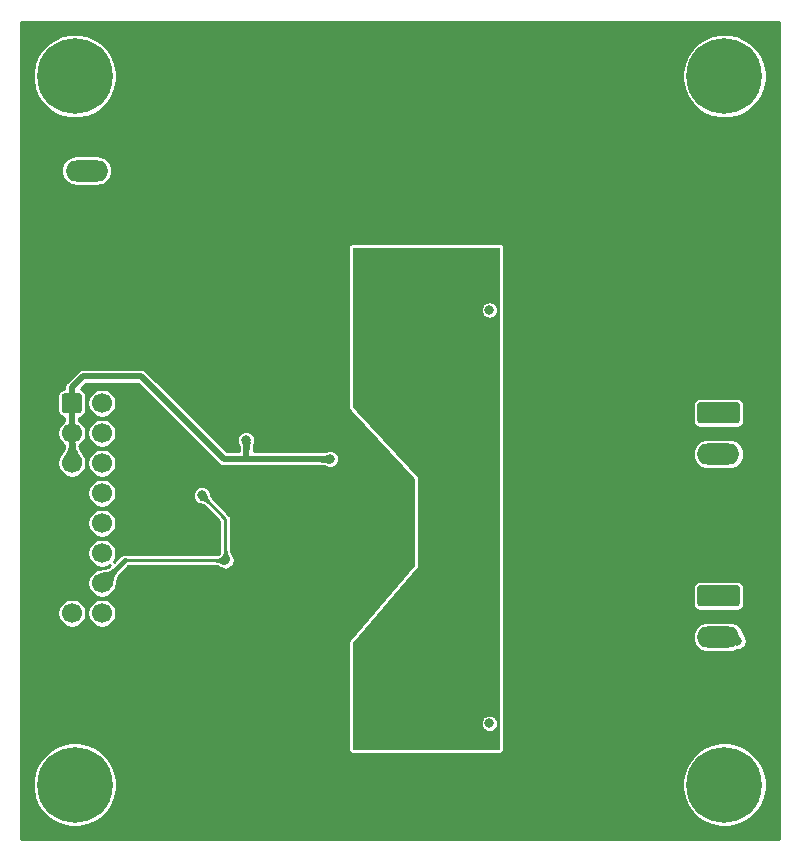
<source format=gbr>
%TF.GenerationSoftware,KiCad,Pcbnew,5.1.10*%
%TF.CreationDate,2021-07-04T17:51:47+02:00*%
%TF.ProjectId,DRV5825P,44525635-3832-4355-902e-6b696361645f,V0.1*%
%TF.SameCoordinates,Original*%
%TF.FileFunction,Copper,L2,Bot*%
%TF.FilePolarity,Positive*%
%FSLAX46Y46*%
G04 Gerber Fmt 4.6, Leading zero omitted, Abs format (unit mm)*
G04 Created by KiCad (PCBNEW 5.1.10) date 2021-07-04 17:51:47*
%MOMM*%
%LPD*%
G01*
G04 APERTURE LIST*
%TA.AperFunction,ComponentPad*%
%ADD10C,6.400000*%
%TD*%
%TA.AperFunction,ComponentPad*%
%ADD11O,3.600000X1.800000*%
%TD*%
%TA.AperFunction,ComponentPad*%
%ADD12C,1.700000*%
%TD*%
%TA.AperFunction,ViaPad*%
%ADD13C,0.800000*%
%TD*%
%TA.AperFunction,Conductor*%
%ADD14C,0.500000*%
%TD*%
%TA.AperFunction,Conductor*%
%ADD15C,0.400000*%
%TD*%
%TA.AperFunction,Conductor*%
%ADD16C,0.250000*%
%TD*%
%TA.AperFunction,Conductor*%
%ADD17C,0.100000*%
%TD*%
%TA.AperFunction,Conductor*%
%ADD18C,0.254000*%
%TD*%
%TA.AperFunction,Conductor*%
%ADD19C,0.025400*%
%TD*%
G04 APERTURE END LIST*
D10*
%TO.P,H4,1*%
%TO.N,N/C*%
X202500000Y-130000000D03*
%TD*%
%TO.P,H3,1*%
%TO.N,N/C*%
X202500000Y-70000000D03*
%TD*%
%TO.P,H2,1*%
%TO.N,N/C*%
X147500000Y-130000000D03*
%TD*%
%TO.P,H1,1*%
%TO.N,N/C*%
X147500000Y-70000000D03*
%TD*%
D11*
%TO.P,OUT_B,2*%
%TO.N,Net-(C22-Pad1)*%
X202000000Y-117500000D03*
%TO.P,OUT_B,1*%
%TO.N,Net-(C21-Pad1)*%
%TA.AperFunction,ComponentPad*%
G36*
G01*
X200450000Y-113100000D02*
X203550000Y-113100000D01*
G75*
G02*
X203800000Y-113350000I0J-250000D01*
G01*
X203800000Y-114650000D01*
G75*
G02*
X203550000Y-114900000I-250000J0D01*
G01*
X200450000Y-114900000D01*
G75*
G02*
X200200000Y-114650000I0J250000D01*
G01*
X200200000Y-113350000D01*
G75*
G02*
X200450000Y-113100000I250000J0D01*
G01*
G37*
%TD.AperFunction*%
%TD*%
%TO.P,OUT_A,2*%
%TO.N,Net-(C20-Pad1)*%
X202000000Y-102000000D03*
%TO.P,OUT_A,1*%
%TO.N,Net-(C19-Pad1)*%
%TA.AperFunction,ComponentPad*%
G36*
G01*
X200450000Y-97600000D02*
X203550000Y-97600000D01*
G75*
G02*
X203800000Y-97850000I0J-250000D01*
G01*
X203800000Y-99150000D01*
G75*
G02*
X203550000Y-99400000I-250000J0D01*
G01*
X200450000Y-99400000D01*
G75*
G02*
X200200000Y-99150000I0J250000D01*
G01*
X200200000Y-97850000D01*
G75*
G02*
X200450000Y-97600000I250000J0D01*
G01*
G37*
%TD.AperFunction*%
%TD*%
D12*
%TO.P,Data_CTL_I/O,16*%
%TO.N,Net-(J2-Pad16)*%
X149790000Y-115470000D03*
%TO.P,Data_CTL_I/O,14*%
%TO.N,Net-(J2-Pad14)*%
X149790000Y-112930000D03*
%TO.P,Data_CTL_I/O,12*%
%TO.N,Net-(J2-Pad12)*%
X149790000Y-110390000D03*
%TO.P,Data_CTL_I/O,10*%
%TO.N,Net-(J2-Pad10)*%
X149790000Y-107850000D03*
%TO.P,Data_CTL_I/O,8*%
%TO.N,Net-(J2-Pad8)*%
X149790000Y-105310000D03*
%TO.P,Data_CTL_I/O,6*%
%TO.N,Net-(J2-Pad6)*%
X149790000Y-102770000D03*
%TO.P,Data_CTL_I/O,4*%
%TO.N,Net-(J2-Pad4)*%
X149790000Y-100230000D03*
%TO.P,Data_CTL_I/O,2*%
%TO.N,Net-(J2-Pad2)*%
X149790000Y-97690000D03*
%TO.P,Data_CTL_I/O,15*%
%TO.N,Net-(J2-Pad15)*%
X147250000Y-115470000D03*
%TO.P,Data_CTL_I/O,13*%
%TO.N,GND*%
X147250000Y-112930000D03*
%TO.P,Data_CTL_I/O,11*%
X147250000Y-110390000D03*
%TO.P,Data_CTL_I/O,9*%
X147250000Y-107850000D03*
%TO.P,Data_CTL_I/O,7*%
X147250000Y-105310000D03*
%TO.P,Data_CTL_I/O,5*%
%TO.N,VDD*%
X147250000Y-102770000D03*
%TO.P,Data_CTL_I/O,3*%
X147250000Y-100230000D03*
%TO.P,Data_CTL_I/O,1*%
%TA.AperFunction,ComponentPad*%
G36*
G01*
X146400000Y-98290000D02*
X146400000Y-97090000D01*
G75*
G02*
X146650000Y-96840000I250000J0D01*
G01*
X147850000Y-96840000D01*
G75*
G02*
X148100000Y-97090000I0J-250000D01*
G01*
X148100000Y-98290000D01*
G75*
G02*
X147850000Y-98540000I-250000J0D01*
G01*
X146650000Y-98540000D01*
G75*
G02*
X146400000Y-98290000I0J250000D01*
G01*
G37*
%TD.AperFunction*%
%TD*%
D11*
%TO.P,Pwr_IN,2*%
%TO.N,Net-(F1-Pad2)*%
X148500000Y-78000000D03*
%TO.P,Pwr_IN,1*%
%TO.N,GND*%
%TA.AperFunction,ComponentPad*%
G36*
G01*
X150050000Y-82400000D02*
X146950000Y-82400000D01*
G75*
G02*
X146700000Y-82150000I0J250000D01*
G01*
X146700000Y-80850000D01*
G75*
G02*
X146950000Y-80600000I250000J0D01*
G01*
X150050000Y-80600000D01*
G75*
G02*
X150300000Y-80850000I0J-250000D01*
G01*
X150300000Y-82150000D01*
G75*
G02*
X150050000Y-82400000I-250000J0D01*
G01*
G37*
%TD.AperFunction*%
%TD*%
D13*
%TO.N,GND*%
X175400000Y-108900000D03*
X173500000Y-107200000D03*
X154600000Y-68800000D03*
X161600000Y-68800000D03*
X168600000Y-68800000D03*
X175600000Y-68800000D03*
X182600000Y-68800000D03*
X189600000Y-68800000D03*
X196600000Y-68800000D03*
X154600000Y-75800000D03*
X161600000Y-75800000D03*
X168600000Y-75800000D03*
X182600000Y-75800000D03*
X189600000Y-75800000D03*
X196600000Y-75800000D03*
X203600000Y-75800000D03*
X154600000Y-82800000D03*
X161600000Y-82800000D03*
X168600000Y-82800000D03*
X182600000Y-82800000D03*
X189600000Y-82800000D03*
X196600000Y-82800000D03*
X203600000Y-82800000D03*
X154600000Y-89800000D03*
X161600000Y-89800000D03*
X168600000Y-89800000D03*
X182600000Y-89800000D03*
X189600000Y-89800000D03*
X196600000Y-89800000D03*
X203600000Y-89800000D03*
X159700000Y-95600000D03*
X168600000Y-96800000D03*
X154500000Y-102800000D03*
X206200000Y-106300000D03*
X206300000Y-101600000D03*
X206300000Y-96300000D03*
X153900000Y-109200000D03*
X161300000Y-113300000D03*
X170700000Y-116300000D03*
X206200000Y-117300000D03*
X206200000Y-111000000D03*
X154600000Y-117800000D03*
X161600000Y-117800000D03*
X168600000Y-117800000D03*
X154600000Y-124800000D03*
X161600000Y-124800000D03*
X168600000Y-124800000D03*
X182600000Y-124800000D03*
X189600000Y-124800000D03*
X196600000Y-124800000D03*
X203600000Y-124800000D03*
X154600000Y-131800000D03*
X161600000Y-131800000D03*
X168600000Y-131800000D03*
X175600000Y-131800000D03*
X182600000Y-131800000D03*
X189600000Y-131800000D03*
X196600000Y-131800000D03*
X170700000Y-115300000D03*
X164900000Y-120200000D03*
X165800000Y-120200000D03*
X166700000Y-120200000D03*
X163600000Y-91800000D03*
X164600000Y-91800000D03*
X165600000Y-91800000D03*
X166600000Y-91800000D03*
%TO.N,VDD*%
X169100000Y-102400000D03*
X162000000Y-100800000D03*
%TO.N,Vdrive*%
X174000000Y-124500000D03*
X173000000Y-124500000D03*
X172000000Y-125500000D03*
X175000000Y-125500000D03*
X175000000Y-124500000D03*
X172000000Y-126500000D03*
X175000000Y-126500000D03*
X172000000Y-124500000D03*
X173000000Y-126500000D03*
X174000000Y-126500000D03*
X173000000Y-125500000D03*
X174000000Y-125500000D03*
X173000000Y-120000000D03*
X175000000Y-120000000D03*
X172000000Y-120000000D03*
X174000000Y-120000000D03*
X172000000Y-85500000D03*
X173000000Y-85500000D03*
X174000000Y-85500000D03*
X175000000Y-85500000D03*
X175000000Y-86500000D03*
X174000000Y-86500000D03*
X173000000Y-86500000D03*
X172000000Y-86500000D03*
X172000000Y-87500000D03*
X173000000Y-87500000D03*
X174000000Y-87500000D03*
X175000000Y-87500000D03*
X172000000Y-96500000D03*
X173000000Y-96500000D03*
X174000000Y-96500000D03*
X175000000Y-96500000D03*
%TO.N,Net-(C22-Pad1)*%
X203600000Y-117800000D03*
%TO.N,Net-(J2-Pad14)*%
X160250000Y-111000000D03*
X158250000Y-105500000D03*
%TD*%
D14*
%TO.N,VDD*%
X160091998Y-102400000D02*
X153091998Y-95400000D01*
X153091998Y-95400000D02*
X148200000Y-95400000D01*
X147250000Y-96350000D02*
X148200000Y-95400000D01*
X147250000Y-102770000D02*
X147250000Y-96350000D01*
X162000000Y-100800000D02*
X162000000Y-102400000D01*
X162000000Y-102400000D02*
X160091998Y-102400000D01*
X169100000Y-102400000D02*
X162000000Y-102400000D01*
D15*
%TO.N,Net-(J2-Pad14)*%
X151720000Y-111000000D02*
X149790000Y-112930000D01*
D16*
X160250000Y-111000000D02*
X151720000Y-111000000D01*
X160250000Y-107500000D02*
X160250000Y-111000000D01*
X158250000Y-105500000D02*
X160250000Y-107500000D01*
%TD*%
D17*
%TO.N,Vdrive*%
X183450000Y-126950000D02*
X171050000Y-126950000D01*
X171050000Y-124735981D01*
X181950000Y-124735981D01*
X181950000Y-124864019D01*
X181974979Y-124989598D01*
X182023978Y-125107890D01*
X182095112Y-125214351D01*
X182185649Y-125304888D01*
X182292110Y-125376022D01*
X182410402Y-125425021D01*
X182535981Y-125450000D01*
X182664019Y-125450000D01*
X182789598Y-125425021D01*
X182907890Y-125376022D01*
X183014351Y-125304888D01*
X183104888Y-125214351D01*
X183176022Y-125107890D01*
X183225021Y-124989598D01*
X183250000Y-124864019D01*
X183250000Y-124735981D01*
X183225021Y-124610402D01*
X183176022Y-124492110D01*
X183104888Y-124385649D01*
X183014351Y-124295112D01*
X182907890Y-124223978D01*
X182789598Y-124174979D01*
X182664019Y-124150000D01*
X182535981Y-124150000D01*
X182410402Y-124174979D01*
X182292110Y-124223978D01*
X182185649Y-124295112D01*
X182095112Y-124385649D01*
X182023978Y-124492110D01*
X181974979Y-124610402D01*
X181950000Y-124735981D01*
X171050000Y-124735981D01*
X171050000Y-118018315D01*
X176538169Y-111532297D01*
X176543737Y-111524230D01*
X176547623Y-111515232D01*
X176549680Y-111505648D01*
X176550000Y-111500000D01*
X176550000Y-104000000D01*
X176549039Y-103990245D01*
X176546194Y-103980866D01*
X176541573Y-103972221D01*
X176536858Y-103966214D01*
X171050000Y-97980551D01*
X171050000Y-89735981D01*
X181950000Y-89735981D01*
X181950000Y-89864019D01*
X181974979Y-89989598D01*
X182023978Y-90107890D01*
X182095112Y-90214351D01*
X182185649Y-90304888D01*
X182292110Y-90376022D01*
X182410402Y-90425021D01*
X182535981Y-90450000D01*
X182664019Y-90450000D01*
X182789598Y-90425021D01*
X182907890Y-90376022D01*
X183014351Y-90304888D01*
X183104888Y-90214351D01*
X183176022Y-90107890D01*
X183225021Y-89989598D01*
X183250000Y-89864019D01*
X183250000Y-89735981D01*
X183225021Y-89610402D01*
X183176022Y-89492110D01*
X183104888Y-89385649D01*
X183014351Y-89295112D01*
X182907890Y-89223978D01*
X182789598Y-89174979D01*
X182664019Y-89150000D01*
X182535981Y-89150000D01*
X182410402Y-89174979D01*
X182292110Y-89223978D01*
X182185649Y-89295112D01*
X182095112Y-89385649D01*
X182023978Y-89492110D01*
X181974979Y-89610402D01*
X181950000Y-89735981D01*
X171050000Y-89735981D01*
X171050000Y-84550000D01*
X183450000Y-84550000D01*
X183450000Y-126950000D01*
%TA.AperFunction,Conductor*%
G36*
X183450000Y-126950000D02*
G01*
X171050000Y-126950000D01*
X171050000Y-124735981D01*
X181950000Y-124735981D01*
X181950000Y-124864019D01*
X181974979Y-124989598D01*
X182023978Y-125107890D01*
X182095112Y-125214351D01*
X182185649Y-125304888D01*
X182292110Y-125376022D01*
X182410402Y-125425021D01*
X182535981Y-125450000D01*
X182664019Y-125450000D01*
X182789598Y-125425021D01*
X182907890Y-125376022D01*
X183014351Y-125304888D01*
X183104888Y-125214351D01*
X183176022Y-125107890D01*
X183225021Y-124989598D01*
X183250000Y-124864019D01*
X183250000Y-124735981D01*
X183225021Y-124610402D01*
X183176022Y-124492110D01*
X183104888Y-124385649D01*
X183014351Y-124295112D01*
X182907890Y-124223978D01*
X182789598Y-124174979D01*
X182664019Y-124150000D01*
X182535981Y-124150000D01*
X182410402Y-124174979D01*
X182292110Y-124223978D01*
X182185649Y-124295112D01*
X182095112Y-124385649D01*
X182023978Y-124492110D01*
X181974979Y-124610402D01*
X181950000Y-124735981D01*
X171050000Y-124735981D01*
X171050000Y-118018315D01*
X176538169Y-111532297D01*
X176543737Y-111524230D01*
X176547623Y-111515232D01*
X176549680Y-111505648D01*
X176550000Y-111500000D01*
X176550000Y-104000000D01*
X176549039Y-103990245D01*
X176546194Y-103980866D01*
X176541573Y-103972221D01*
X176536858Y-103966214D01*
X171050000Y-97980551D01*
X171050000Y-89735981D01*
X181950000Y-89735981D01*
X181950000Y-89864019D01*
X181974979Y-89989598D01*
X182023978Y-90107890D01*
X182095112Y-90214351D01*
X182185649Y-90304888D01*
X182292110Y-90376022D01*
X182410402Y-90425021D01*
X182535981Y-90450000D01*
X182664019Y-90450000D01*
X182789598Y-90425021D01*
X182907890Y-90376022D01*
X183014351Y-90304888D01*
X183104888Y-90214351D01*
X183176022Y-90107890D01*
X183225021Y-89989598D01*
X183250000Y-89864019D01*
X183250000Y-89735981D01*
X183225021Y-89610402D01*
X183176022Y-89492110D01*
X183104888Y-89385649D01*
X183014351Y-89295112D01*
X182907890Y-89223978D01*
X182789598Y-89174979D01*
X182664019Y-89150000D01*
X182535981Y-89150000D01*
X182410402Y-89174979D01*
X182292110Y-89223978D01*
X182185649Y-89295112D01*
X182095112Y-89385649D01*
X182023978Y-89492110D01*
X181974979Y-89610402D01*
X181950000Y-89735981D01*
X171050000Y-89735981D01*
X171050000Y-84550000D01*
X183450000Y-84550000D01*
X183450000Y-126950000D01*
G37*
%TD.AperFunction*%
%TD*%
D18*
%TO.N,GND*%
X207094001Y-134594000D02*
X142906000Y-134594000D01*
X142906000Y-129647302D01*
X143919000Y-129647302D01*
X143919000Y-130352698D01*
X144056616Y-131044539D01*
X144326559Y-131696240D01*
X144718456Y-132282754D01*
X145217246Y-132781544D01*
X145803760Y-133173441D01*
X146455461Y-133443384D01*
X147147302Y-133581000D01*
X147852698Y-133581000D01*
X148544539Y-133443384D01*
X149196240Y-133173441D01*
X149782754Y-132781544D01*
X150281544Y-132282754D01*
X150673441Y-131696240D01*
X150943384Y-131044539D01*
X151081000Y-130352698D01*
X151081000Y-129647302D01*
X198919000Y-129647302D01*
X198919000Y-130352698D01*
X199056616Y-131044539D01*
X199326559Y-131696240D01*
X199718456Y-132282754D01*
X200217246Y-132781544D01*
X200803760Y-133173441D01*
X201455461Y-133443384D01*
X202147302Y-133581000D01*
X202852698Y-133581000D01*
X203544539Y-133443384D01*
X204196240Y-133173441D01*
X204782754Y-132781544D01*
X205281544Y-132282754D01*
X205673441Y-131696240D01*
X205943384Y-131044539D01*
X206081000Y-130352698D01*
X206081000Y-129647302D01*
X205943384Y-128955461D01*
X205673441Y-128303760D01*
X205281544Y-127717246D01*
X204782754Y-127218456D01*
X204196240Y-126826559D01*
X203544539Y-126556616D01*
X202852698Y-126419000D01*
X202147302Y-126419000D01*
X201455461Y-126556616D01*
X200803760Y-126826559D01*
X200217246Y-127218456D01*
X199718456Y-127717246D01*
X199326559Y-128303760D01*
X199056616Y-128955461D01*
X198919000Y-129647302D01*
X151081000Y-129647302D01*
X150943384Y-128955461D01*
X150673441Y-128303760D01*
X150281544Y-127717246D01*
X149782754Y-127218456D01*
X149196240Y-126826559D01*
X148544539Y-126556616D01*
X147852698Y-126419000D01*
X147147302Y-126419000D01*
X146455461Y-126556616D01*
X145803760Y-126826559D01*
X145217246Y-127218456D01*
X144718456Y-127717246D01*
X144326559Y-128303760D01*
X144056616Y-128955461D01*
X143919000Y-129647302D01*
X142906000Y-129647302D01*
X142906000Y-115348757D01*
X146019000Y-115348757D01*
X146019000Y-115591243D01*
X146066307Y-115829069D01*
X146159102Y-116053097D01*
X146293820Y-116254717D01*
X146465283Y-116426180D01*
X146666903Y-116560898D01*
X146890931Y-116653693D01*
X147128757Y-116701000D01*
X147371243Y-116701000D01*
X147609069Y-116653693D01*
X147833097Y-116560898D01*
X148034717Y-116426180D01*
X148206180Y-116254717D01*
X148340898Y-116053097D01*
X148433693Y-115829069D01*
X148481000Y-115591243D01*
X148481000Y-115348757D01*
X148559000Y-115348757D01*
X148559000Y-115591243D01*
X148606307Y-115829069D01*
X148699102Y-116053097D01*
X148833820Y-116254717D01*
X149005283Y-116426180D01*
X149206903Y-116560898D01*
X149430931Y-116653693D01*
X149668757Y-116701000D01*
X149911243Y-116701000D01*
X150149069Y-116653693D01*
X150373097Y-116560898D01*
X150574717Y-116426180D01*
X150746180Y-116254717D01*
X150880898Y-116053097D01*
X150973693Y-115829069D01*
X151021000Y-115591243D01*
X151021000Y-115348757D01*
X150973693Y-115110931D01*
X150880898Y-114886903D01*
X150746180Y-114685283D01*
X150574717Y-114513820D01*
X150373097Y-114379102D01*
X150149069Y-114286307D01*
X149911243Y-114239000D01*
X149668757Y-114239000D01*
X149430931Y-114286307D01*
X149206903Y-114379102D01*
X149005283Y-114513820D01*
X148833820Y-114685283D01*
X148699102Y-114886903D01*
X148606307Y-115110931D01*
X148559000Y-115348757D01*
X148481000Y-115348757D01*
X148433693Y-115110931D01*
X148340898Y-114886903D01*
X148206180Y-114685283D01*
X148034717Y-114513820D01*
X147833097Y-114379102D01*
X147609069Y-114286307D01*
X147371243Y-114239000D01*
X147128757Y-114239000D01*
X146890931Y-114286307D01*
X146666903Y-114379102D01*
X146465283Y-114513820D01*
X146293820Y-114685283D01*
X146159102Y-114886903D01*
X146066307Y-115110931D01*
X146019000Y-115348757D01*
X142906000Y-115348757D01*
X142906000Y-110268757D01*
X148559000Y-110268757D01*
X148559000Y-110511243D01*
X148606307Y-110749069D01*
X148699102Y-110973097D01*
X148833820Y-111174717D01*
X149005283Y-111346180D01*
X149206903Y-111480898D01*
X149430931Y-111573693D01*
X149668757Y-111621000D01*
X149911243Y-111621000D01*
X150149069Y-111573693D01*
X150373097Y-111480898D01*
X150482363Y-111407889D01*
X150456004Y-111432064D01*
X150358810Y-111504114D01*
X150277732Y-111549882D01*
X150202785Y-111580110D01*
X150121070Y-111602610D01*
X150021670Y-111621861D01*
X149901580Y-111641424D01*
X149895847Y-111642403D01*
X149760209Y-111666630D01*
X149741689Y-111670414D01*
X149592343Y-111704811D01*
X149566486Y-111711731D01*
X149495173Y-111733528D01*
X149430931Y-111746307D01*
X149206903Y-111839102D01*
X149005283Y-111973820D01*
X148833820Y-112145283D01*
X148699102Y-112346903D01*
X148606307Y-112570931D01*
X148559000Y-112808757D01*
X148559000Y-113051243D01*
X148606307Y-113289069D01*
X148699102Y-113513097D01*
X148833820Y-113714717D01*
X149005283Y-113886180D01*
X149206903Y-114020898D01*
X149430931Y-114113693D01*
X149668757Y-114161000D01*
X149911243Y-114161000D01*
X150149069Y-114113693D01*
X150373097Y-114020898D01*
X150574717Y-113886180D01*
X150746180Y-113714717D01*
X150880898Y-113513097D01*
X150973693Y-113289069D01*
X150986474Y-113224814D01*
X151008268Y-113153511D01*
X151015188Y-113127656D01*
X151049585Y-112978310D01*
X151053369Y-112959790D01*
X151077596Y-112824152D01*
X151078575Y-112818419D01*
X151098138Y-112698329D01*
X151117389Y-112598929D01*
X151139889Y-112517214D01*
X151170117Y-112442267D01*
X151215885Y-112361189D01*
X151287935Y-112263995D01*
X151401663Y-112139994D01*
X152035658Y-111506000D01*
X159453122Y-111506000D01*
X159520091Y-111508418D01*
X159559500Y-111513303D01*
X159583080Y-111518781D01*
X159599460Y-111524609D01*
X159618321Y-111533649D01*
X159647096Y-111550303D01*
X159689659Y-111577199D01*
X159689746Y-111577254D01*
X159742500Y-111610570D01*
X159752779Y-111616836D01*
X159812563Y-111652000D01*
X159829776Y-111661535D01*
X159850242Y-111672191D01*
X159880058Y-111692113D01*
X160022191Y-111750987D01*
X160173078Y-111781000D01*
X160326922Y-111781000D01*
X160477809Y-111750987D01*
X160619942Y-111692113D01*
X160747859Y-111606642D01*
X160856642Y-111497859D01*
X160942113Y-111369942D01*
X161000987Y-111227809D01*
X161031000Y-111076922D01*
X161031000Y-110923078D01*
X161000987Y-110772191D01*
X160942113Y-110630058D01*
X160922191Y-110600242D01*
X160911535Y-110579776D01*
X160902000Y-110562563D01*
X160866836Y-110502779D01*
X160860570Y-110492500D01*
X160827254Y-110439746D01*
X160827199Y-110439659D01*
X160800303Y-110397096D01*
X160783649Y-110368321D01*
X160774609Y-110349460D01*
X160768781Y-110333080D01*
X160763303Y-110309500D01*
X160758418Y-110270091D01*
X160756000Y-110203122D01*
X160756000Y-107524845D01*
X160758447Y-107499999D01*
X160756000Y-107475153D01*
X160756000Y-107475146D01*
X160748678Y-107400807D01*
X160719745Y-107305425D01*
X160672759Y-107217521D01*
X160609527Y-107140473D01*
X160590220Y-107124628D01*
X159171282Y-105705691D01*
X159125629Y-105656617D01*
X159101216Y-105625295D01*
X159088418Y-105604751D01*
X159080953Y-105589042D01*
X159074008Y-105569311D01*
X159065441Y-105537202D01*
X159054363Y-105488084D01*
X159054338Y-105487971D01*
X159040592Y-105427111D01*
X159037758Y-105415425D01*
X159020350Y-105348286D01*
X159014919Y-105329366D01*
X159007983Y-105307363D01*
X159000987Y-105272191D01*
X158942113Y-105130058D01*
X158856642Y-105002141D01*
X158747859Y-104893358D01*
X158619942Y-104807887D01*
X158477809Y-104749013D01*
X158326922Y-104719000D01*
X158173078Y-104719000D01*
X158022191Y-104749013D01*
X157880058Y-104807887D01*
X157752141Y-104893358D01*
X157643358Y-105002141D01*
X157557887Y-105130058D01*
X157499013Y-105272191D01*
X157469000Y-105423078D01*
X157469000Y-105576922D01*
X157499013Y-105727809D01*
X157557887Y-105869942D01*
X157643358Y-105997859D01*
X157752141Y-106106642D01*
X157880058Y-106192113D01*
X158022191Y-106250987D01*
X158057363Y-106257983D01*
X158079366Y-106264919D01*
X158098286Y-106270350D01*
X158165425Y-106287758D01*
X158177111Y-106290592D01*
X158237971Y-106304338D01*
X158238084Y-106304363D01*
X158287202Y-106315441D01*
X158319311Y-106324008D01*
X158339042Y-106330953D01*
X158354751Y-106338418D01*
X158375295Y-106351216D01*
X158406617Y-106375629D01*
X158455691Y-106421282D01*
X159744000Y-107709592D01*
X159744001Y-110203094D01*
X159741581Y-110270090D01*
X159736696Y-110309500D01*
X159731218Y-110333080D01*
X159725390Y-110349460D01*
X159716350Y-110368321D01*
X159699696Y-110397096D01*
X159679328Y-110429328D01*
X159647096Y-110449696D01*
X159618321Y-110466350D01*
X159599460Y-110475390D01*
X159583080Y-110481218D01*
X159559500Y-110486696D01*
X159520090Y-110491581D01*
X159453115Y-110494000D01*
X152005845Y-110494000D01*
X151943414Y-110460629D01*
X151833895Y-110427407D01*
X151719999Y-110416189D01*
X151606104Y-110427407D01*
X151496585Y-110460629D01*
X151395652Y-110514580D01*
X151329351Y-110568991D01*
X150791598Y-111106745D01*
X150880898Y-110973097D01*
X150973693Y-110749069D01*
X151021000Y-110511243D01*
X151021000Y-110268757D01*
X150973693Y-110030931D01*
X150880898Y-109806903D01*
X150746180Y-109605283D01*
X150574717Y-109433820D01*
X150373097Y-109299102D01*
X150149069Y-109206307D01*
X149911243Y-109159000D01*
X149668757Y-109159000D01*
X149430931Y-109206307D01*
X149206903Y-109299102D01*
X149005283Y-109433820D01*
X148833820Y-109605283D01*
X148699102Y-109806903D01*
X148606307Y-110030931D01*
X148559000Y-110268757D01*
X142906000Y-110268757D01*
X142906000Y-107728757D01*
X148559000Y-107728757D01*
X148559000Y-107971243D01*
X148606307Y-108209069D01*
X148699102Y-108433097D01*
X148833820Y-108634717D01*
X149005283Y-108806180D01*
X149206903Y-108940898D01*
X149430931Y-109033693D01*
X149668757Y-109081000D01*
X149911243Y-109081000D01*
X150149069Y-109033693D01*
X150373097Y-108940898D01*
X150574717Y-108806180D01*
X150746180Y-108634717D01*
X150880898Y-108433097D01*
X150973693Y-108209069D01*
X151021000Y-107971243D01*
X151021000Y-107728757D01*
X150973693Y-107490931D01*
X150880898Y-107266903D01*
X150746180Y-107065283D01*
X150574717Y-106893820D01*
X150373097Y-106759102D01*
X150149069Y-106666307D01*
X149911243Y-106619000D01*
X149668757Y-106619000D01*
X149430931Y-106666307D01*
X149206903Y-106759102D01*
X149005283Y-106893820D01*
X148833820Y-107065283D01*
X148699102Y-107266903D01*
X148606307Y-107490931D01*
X148559000Y-107728757D01*
X142906000Y-107728757D01*
X142906000Y-105188757D01*
X148559000Y-105188757D01*
X148559000Y-105431243D01*
X148606307Y-105669069D01*
X148699102Y-105893097D01*
X148833820Y-106094717D01*
X149005283Y-106266180D01*
X149206903Y-106400898D01*
X149430931Y-106493693D01*
X149668757Y-106541000D01*
X149911243Y-106541000D01*
X150149069Y-106493693D01*
X150373097Y-106400898D01*
X150574717Y-106266180D01*
X150746180Y-106094717D01*
X150880898Y-105893097D01*
X150973693Y-105669069D01*
X151021000Y-105431243D01*
X151021000Y-105188757D01*
X150973693Y-104950931D01*
X150880898Y-104726903D01*
X150746180Y-104525283D01*
X150574717Y-104353820D01*
X150373097Y-104219102D01*
X150149069Y-104126307D01*
X149911243Y-104079000D01*
X149668757Y-104079000D01*
X149430931Y-104126307D01*
X149206903Y-104219102D01*
X149005283Y-104353820D01*
X148833820Y-104525283D01*
X148699102Y-104726903D01*
X148606307Y-104950931D01*
X148559000Y-105188757D01*
X142906000Y-105188757D01*
X142906000Y-97090000D01*
X146017157Y-97090000D01*
X146017157Y-98290000D01*
X146029317Y-98413462D01*
X146065329Y-98532179D01*
X146123810Y-98641589D01*
X146202512Y-98737488D01*
X146298411Y-98816190D01*
X146407821Y-98874671D01*
X146526538Y-98910683D01*
X146619001Y-98919790D01*
X146619001Y-99171109D01*
X146465283Y-99273820D01*
X146293820Y-99445283D01*
X146159102Y-99646903D01*
X146066307Y-99870931D01*
X146019000Y-100108757D01*
X146019000Y-100351243D01*
X146066307Y-100589069D01*
X146159102Y-100813097D01*
X146293820Y-101014717D01*
X146465283Y-101186180D01*
X146607697Y-101281338D01*
X146596616Y-101367613D01*
X146573627Y-101463131D01*
X146544573Y-101541994D01*
X146507042Y-101617753D01*
X146457141Y-101701430D01*
X146393346Y-101799887D01*
X146392698Y-101800889D01*
X146319915Y-101913992D01*
X146312896Y-101925332D01*
X146236395Y-102053888D01*
X146226153Y-102072231D01*
X146191765Y-102138019D01*
X146159102Y-102186903D01*
X146066307Y-102410931D01*
X146019000Y-102648757D01*
X146019000Y-102891243D01*
X146066307Y-103129069D01*
X146159102Y-103353097D01*
X146293820Y-103554717D01*
X146465283Y-103726180D01*
X146666903Y-103860898D01*
X146890931Y-103953693D01*
X147128757Y-104001000D01*
X147371243Y-104001000D01*
X147609069Y-103953693D01*
X147833097Y-103860898D01*
X148034717Y-103726180D01*
X148206180Y-103554717D01*
X148340898Y-103353097D01*
X148433693Y-103129069D01*
X148481000Y-102891243D01*
X148481000Y-102648757D01*
X148559000Y-102648757D01*
X148559000Y-102891243D01*
X148606307Y-103129069D01*
X148699102Y-103353097D01*
X148833820Y-103554717D01*
X149005283Y-103726180D01*
X149206903Y-103860898D01*
X149430931Y-103953693D01*
X149668757Y-104001000D01*
X149911243Y-104001000D01*
X150149069Y-103953693D01*
X150373097Y-103860898D01*
X150574717Y-103726180D01*
X150746180Y-103554717D01*
X150880898Y-103353097D01*
X150973693Y-103129069D01*
X151021000Y-102891243D01*
X151021000Y-102648757D01*
X150973693Y-102410931D01*
X150880898Y-102186903D01*
X150746180Y-101985283D01*
X150574717Y-101813820D01*
X150373097Y-101679102D01*
X150149069Y-101586307D01*
X149911243Y-101539000D01*
X149668757Y-101539000D01*
X149430931Y-101586307D01*
X149206903Y-101679102D01*
X149005283Y-101813820D01*
X148833820Y-101985283D01*
X148699102Y-102186903D01*
X148606307Y-102410931D01*
X148559000Y-102648757D01*
X148481000Y-102648757D01*
X148433693Y-102410931D01*
X148340898Y-102186903D01*
X148308233Y-102138016D01*
X148273845Y-102072229D01*
X148263604Y-102053888D01*
X148187103Y-101925332D01*
X148180084Y-101913992D01*
X148107301Y-101800889D01*
X148106653Y-101799887D01*
X148042858Y-101701430D01*
X147992957Y-101617753D01*
X147955426Y-101541994D01*
X147926372Y-101463131D01*
X147903383Y-101367613D01*
X147892302Y-101281338D01*
X148034717Y-101186180D01*
X148206180Y-101014717D01*
X148340898Y-100813097D01*
X148433693Y-100589069D01*
X148481000Y-100351243D01*
X148481000Y-100108757D01*
X148559000Y-100108757D01*
X148559000Y-100351243D01*
X148606307Y-100589069D01*
X148699102Y-100813097D01*
X148833820Y-101014717D01*
X149005283Y-101186180D01*
X149206903Y-101320898D01*
X149430931Y-101413693D01*
X149668757Y-101461000D01*
X149911243Y-101461000D01*
X150149069Y-101413693D01*
X150373097Y-101320898D01*
X150574717Y-101186180D01*
X150746180Y-101014717D01*
X150880898Y-100813097D01*
X150973693Y-100589069D01*
X151021000Y-100351243D01*
X151021000Y-100108757D01*
X150973693Y-99870931D01*
X150880898Y-99646903D01*
X150746180Y-99445283D01*
X150574717Y-99273820D01*
X150373097Y-99139102D01*
X150149069Y-99046307D01*
X149911243Y-98999000D01*
X149668757Y-98999000D01*
X149430931Y-99046307D01*
X149206903Y-99139102D01*
X149005283Y-99273820D01*
X148833820Y-99445283D01*
X148699102Y-99646903D01*
X148606307Y-99870931D01*
X148559000Y-100108757D01*
X148481000Y-100108757D01*
X148433693Y-99870931D01*
X148340898Y-99646903D01*
X148206180Y-99445283D01*
X148034717Y-99273820D01*
X147881000Y-99171110D01*
X147881000Y-98919790D01*
X147973462Y-98910683D01*
X148092179Y-98874671D01*
X148201589Y-98816190D01*
X148297488Y-98737488D01*
X148376190Y-98641589D01*
X148434671Y-98532179D01*
X148470683Y-98413462D01*
X148482843Y-98290000D01*
X148482843Y-97568757D01*
X148559000Y-97568757D01*
X148559000Y-97811243D01*
X148606307Y-98049069D01*
X148699102Y-98273097D01*
X148833820Y-98474717D01*
X149005283Y-98646180D01*
X149206903Y-98780898D01*
X149430931Y-98873693D01*
X149668757Y-98921000D01*
X149911243Y-98921000D01*
X150149069Y-98873693D01*
X150373097Y-98780898D01*
X150574717Y-98646180D01*
X150746180Y-98474717D01*
X150880898Y-98273097D01*
X150973693Y-98049069D01*
X151021000Y-97811243D01*
X151021000Y-97568757D01*
X150973693Y-97330931D01*
X150880898Y-97106903D01*
X150746180Y-96905283D01*
X150574717Y-96733820D01*
X150373097Y-96599102D01*
X150149069Y-96506307D01*
X149911243Y-96459000D01*
X149668757Y-96459000D01*
X149430931Y-96506307D01*
X149206903Y-96599102D01*
X149005283Y-96733820D01*
X148833820Y-96905283D01*
X148699102Y-97106903D01*
X148606307Y-97330931D01*
X148559000Y-97568757D01*
X148482843Y-97568757D01*
X148482843Y-97090000D01*
X148470683Y-96966538D01*
X148434671Y-96847821D01*
X148376190Y-96738411D01*
X148297488Y-96642512D01*
X148201589Y-96563810D01*
X148092179Y-96505329D01*
X148011510Y-96480859D01*
X148461369Y-96031000D01*
X152830630Y-96031000D01*
X159623897Y-102824268D01*
X159643655Y-102848343D01*
X159667730Y-102868101D01*
X159667732Y-102868103D01*
X159698920Y-102893698D01*
X159739737Y-102927196D01*
X159849356Y-102985789D01*
X159968300Y-103021870D01*
X160061000Y-103031000D01*
X160061007Y-103031000D01*
X160091998Y-103034052D01*
X160122988Y-103031000D01*
X161969002Y-103031000D01*
X162000000Y-103034053D01*
X162030998Y-103031000D01*
X168309263Y-103031000D01*
X168393132Y-103031365D01*
X168462159Y-103032682D01*
X168517445Y-103035156D01*
X168560571Y-103038768D01*
X168593860Y-103043330D01*
X168621134Y-103048865D01*
X168647154Y-103056051D01*
X168676743Y-103066375D01*
X168713616Y-103081619D01*
X168716030Y-103082740D01*
X168730058Y-103092113D01*
X168872191Y-103150987D01*
X169023078Y-103181000D01*
X169176922Y-103181000D01*
X169327809Y-103150987D01*
X169469942Y-103092113D01*
X169597859Y-103006642D01*
X169706642Y-102897859D01*
X169792113Y-102769942D01*
X169850987Y-102627809D01*
X169881000Y-102476922D01*
X169881000Y-102323078D01*
X169850987Y-102172191D01*
X169792113Y-102030058D01*
X169706642Y-101902141D01*
X169597859Y-101793358D01*
X169469942Y-101707887D01*
X169327809Y-101649013D01*
X169176922Y-101619000D01*
X169023078Y-101619000D01*
X168872191Y-101649013D01*
X168730058Y-101707887D01*
X168716034Y-101717258D01*
X168713625Y-101718376D01*
X168676743Y-101733624D01*
X168647154Y-101743948D01*
X168621134Y-101751134D01*
X168593860Y-101756669D01*
X168560571Y-101761231D01*
X168517445Y-101764843D01*
X168462159Y-101767317D01*
X168393131Y-101768634D01*
X168309257Y-101769000D01*
X162631000Y-101769000D01*
X162631000Y-101590737D01*
X162631365Y-101506867D01*
X162632682Y-101437840D01*
X162635156Y-101382554D01*
X162638768Y-101339428D01*
X162643330Y-101306139D01*
X162648865Y-101278865D01*
X162656051Y-101252845D01*
X162666375Y-101223256D01*
X162681616Y-101186392D01*
X162682742Y-101183967D01*
X162692113Y-101169942D01*
X162750987Y-101027809D01*
X162781000Y-100876922D01*
X162781000Y-100723078D01*
X162750987Y-100572191D01*
X162692113Y-100430058D01*
X162606642Y-100302141D01*
X162497859Y-100193358D01*
X162369942Y-100107887D01*
X162227809Y-100049013D01*
X162076922Y-100019000D01*
X161923078Y-100019000D01*
X161772191Y-100049013D01*
X161630058Y-100107887D01*
X161502141Y-100193358D01*
X161393358Y-100302141D01*
X161307887Y-100430058D01*
X161249013Y-100572191D01*
X161219000Y-100723078D01*
X161219000Y-100876922D01*
X161249013Y-101027809D01*
X161307887Y-101169942D01*
X161317258Y-101183967D01*
X161318380Y-101186383D01*
X161333624Y-101223256D01*
X161343948Y-101252845D01*
X161351134Y-101278865D01*
X161356669Y-101306139D01*
X161361231Y-101339428D01*
X161364843Y-101382554D01*
X161367317Y-101437840D01*
X161368634Y-101506868D01*
X161369000Y-101590857D01*
X161369001Y-101769000D01*
X160353367Y-101769000D01*
X153560103Y-94975737D01*
X153540341Y-94951657D01*
X153444259Y-94872804D01*
X153334640Y-94814211D01*
X153215696Y-94778130D01*
X153122996Y-94769000D01*
X153122988Y-94769000D01*
X153091998Y-94765948D01*
X153061008Y-94769000D01*
X148230990Y-94769000D01*
X148200000Y-94765948D01*
X148169009Y-94769000D01*
X148169002Y-94769000D01*
X148076302Y-94778130D01*
X147957358Y-94814211D01*
X147847739Y-94872804D01*
X147751657Y-94951657D01*
X147731899Y-94975732D01*
X146825733Y-95881899D01*
X146801658Y-95901657D01*
X146781900Y-95925732D01*
X146781897Y-95925735D01*
X146722804Y-95997740D01*
X146664211Y-96107359D01*
X146628130Y-96226303D01*
X146615948Y-96350000D01*
X146619001Y-96381000D01*
X146619001Y-96460210D01*
X146526538Y-96469317D01*
X146407821Y-96505329D01*
X146298411Y-96563810D01*
X146202512Y-96642512D01*
X146123810Y-96738411D01*
X146065329Y-96847821D01*
X146029317Y-96966538D01*
X146017157Y-97090000D01*
X142906000Y-97090000D01*
X142906000Y-84500000D01*
X170619000Y-84500000D01*
X170619000Y-98000000D01*
X170623445Y-98058028D01*
X170642001Y-98130375D01*
X170674315Y-98197712D01*
X170719144Y-98257451D01*
X176119000Y-104148203D01*
X176119000Y-111360437D01*
X170709150Y-117753896D01*
X170683210Y-117788328D01*
X170648002Y-117854198D01*
X170626321Y-117925671D01*
X170619000Y-118000000D01*
X170619000Y-127000000D01*
X170626321Y-127074329D01*
X170648002Y-127145802D01*
X170683210Y-127211672D01*
X170730592Y-127269408D01*
X170788328Y-127316790D01*
X170854198Y-127351998D01*
X170925671Y-127373679D01*
X171000000Y-127381000D01*
X183500000Y-127381000D01*
X183574329Y-127373679D01*
X183645802Y-127351998D01*
X183711672Y-127316790D01*
X183769408Y-127269408D01*
X183816790Y-127211672D01*
X183851998Y-127145802D01*
X183873679Y-127074329D01*
X183881000Y-127000000D01*
X183881000Y-117500000D01*
X199812802Y-117500000D01*
X199837535Y-117751120D01*
X199910784Y-117992589D01*
X200029734Y-118215129D01*
X200189814Y-118410186D01*
X200384871Y-118570266D01*
X200607411Y-118689216D01*
X200848880Y-118762465D01*
X201037070Y-118781000D01*
X202962930Y-118781000D01*
X203151120Y-118762465D01*
X203392589Y-118689216D01*
X203595047Y-118581000D01*
X203676922Y-118581000D01*
X203827809Y-118550987D01*
X203969942Y-118492113D01*
X204097859Y-118406642D01*
X204206642Y-118297859D01*
X204292113Y-118169942D01*
X204350987Y-118027809D01*
X204381000Y-117876922D01*
X204381000Y-117723078D01*
X204350987Y-117572191D01*
X204292113Y-117430058D01*
X204206642Y-117302141D01*
X204163457Y-117258956D01*
X204162465Y-117248880D01*
X204089216Y-117007411D01*
X203970266Y-116784871D01*
X203810186Y-116589814D01*
X203615129Y-116429734D01*
X203392589Y-116310784D01*
X203151120Y-116237535D01*
X202962930Y-116219000D01*
X201037070Y-116219000D01*
X200848880Y-116237535D01*
X200607411Y-116310784D01*
X200384871Y-116429734D01*
X200189814Y-116589814D01*
X200029734Y-116784871D01*
X199910784Y-117007411D01*
X199837535Y-117248880D01*
X199812802Y-117500000D01*
X183881000Y-117500000D01*
X183881000Y-113350000D01*
X199817157Y-113350000D01*
X199817157Y-114650000D01*
X199829317Y-114773462D01*
X199865329Y-114892179D01*
X199923810Y-115001589D01*
X200002512Y-115097488D01*
X200098411Y-115176190D01*
X200207821Y-115234671D01*
X200326538Y-115270683D01*
X200450000Y-115282843D01*
X203550000Y-115282843D01*
X203673462Y-115270683D01*
X203792179Y-115234671D01*
X203901589Y-115176190D01*
X203997488Y-115097488D01*
X204076190Y-115001589D01*
X204134671Y-114892179D01*
X204170683Y-114773462D01*
X204182843Y-114650000D01*
X204182843Y-113350000D01*
X204170683Y-113226538D01*
X204134671Y-113107821D01*
X204076190Y-112998411D01*
X203997488Y-112902512D01*
X203901589Y-112823810D01*
X203792179Y-112765329D01*
X203673462Y-112729317D01*
X203550000Y-112717157D01*
X200450000Y-112717157D01*
X200326538Y-112729317D01*
X200207821Y-112765329D01*
X200098411Y-112823810D01*
X200002512Y-112902512D01*
X199923810Y-112998411D01*
X199865329Y-113107821D01*
X199829317Y-113226538D01*
X199817157Y-113350000D01*
X183881000Y-113350000D01*
X183881000Y-102000000D01*
X199812802Y-102000000D01*
X199837535Y-102251120D01*
X199910784Y-102492589D01*
X200029734Y-102715129D01*
X200189814Y-102910186D01*
X200384871Y-103070266D01*
X200607411Y-103189216D01*
X200848880Y-103262465D01*
X201037070Y-103281000D01*
X202962930Y-103281000D01*
X203151120Y-103262465D01*
X203392589Y-103189216D01*
X203615129Y-103070266D01*
X203810186Y-102910186D01*
X203970266Y-102715129D01*
X204089216Y-102492589D01*
X204162465Y-102251120D01*
X204187198Y-102000000D01*
X204162465Y-101748880D01*
X204089216Y-101507411D01*
X203970266Y-101284871D01*
X203810186Y-101089814D01*
X203615129Y-100929734D01*
X203392589Y-100810784D01*
X203151120Y-100737535D01*
X202962930Y-100719000D01*
X201037070Y-100719000D01*
X200848880Y-100737535D01*
X200607411Y-100810784D01*
X200384871Y-100929734D01*
X200189814Y-101089814D01*
X200029734Y-101284871D01*
X199910784Y-101507411D01*
X199837535Y-101748880D01*
X199812802Y-102000000D01*
X183881000Y-102000000D01*
X183881000Y-97850000D01*
X199817157Y-97850000D01*
X199817157Y-99150000D01*
X199829317Y-99273462D01*
X199865329Y-99392179D01*
X199923810Y-99501589D01*
X200002512Y-99597488D01*
X200098411Y-99676190D01*
X200207821Y-99734671D01*
X200326538Y-99770683D01*
X200450000Y-99782843D01*
X203550000Y-99782843D01*
X203673462Y-99770683D01*
X203792179Y-99734671D01*
X203901589Y-99676190D01*
X203997488Y-99597488D01*
X204076190Y-99501589D01*
X204134671Y-99392179D01*
X204170683Y-99273462D01*
X204182843Y-99150000D01*
X204182843Y-97850000D01*
X204170683Y-97726538D01*
X204134671Y-97607821D01*
X204076190Y-97498411D01*
X203997488Y-97402512D01*
X203901589Y-97323810D01*
X203792179Y-97265329D01*
X203673462Y-97229317D01*
X203550000Y-97217157D01*
X200450000Y-97217157D01*
X200326538Y-97229317D01*
X200207821Y-97265329D01*
X200098411Y-97323810D01*
X200002512Y-97402512D01*
X199923810Y-97498411D01*
X199865329Y-97607821D01*
X199829317Y-97726538D01*
X199817157Y-97850000D01*
X183881000Y-97850000D01*
X183881000Y-84500000D01*
X183873679Y-84425671D01*
X183851998Y-84354198D01*
X183816790Y-84288328D01*
X183769408Y-84230592D01*
X183711672Y-84183210D01*
X183645802Y-84148002D01*
X183574329Y-84126321D01*
X183500000Y-84119000D01*
X171000000Y-84119000D01*
X170925671Y-84126321D01*
X170854198Y-84148002D01*
X170788328Y-84183210D01*
X170730592Y-84230592D01*
X170683210Y-84288328D01*
X170648002Y-84354198D01*
X170626321Y-84425671D01*
X170619000Y-84500000D01*
X142906000Y-84500000D01*
X142906000Y-78000000D01*
X146312802Y-78000000D01*
X146337535Y-78251120D01*
X146410784Y-78492589D01*
X146529734Y-78715129D01*
X146689814Y-78910186D01*
X146884871Y-79070266D01*
X147107411Y-79189216D01*
X147348880Y-79262465D01*
X147537070Y-79281000D01*
X149462930Y-79281000D01*
X149651120Y-79262465D01*
X149892589Y-79189216D01*
X150115129Y-79070266D01*
X150310186Y-78910186D01*
X150470266Y-78715129D01*
X150589216Y-78492589D01*
X150662465Y-78251120D01*
X150687198Y-78000000D01*
X150662465Y-77748880D01*
X150589216Y-77507411D01*
X150470266Y-77284871D01*
X150310186Y-77089814D01*
X150115129Y-76929734D01*
X149892589Y-76810784D01*
X149651120Y-76737535D01*
X149462930Y-76719000D01*
X147537070Y-76719000D01*
X147348880Y-76737535D01*
X147107411Y-76810784D01*
X146884871Y-76929734D01*
X146689814Y-77089814D01*
X146529734Y-77284871D01*
X146410784Y-77507411D01*
X146337535Y-77748880D01*
X146312802Y-78000000D01*
X142906000Y-78000000D01*
X142906000Y-69647302D01*
X143919000Y-69647302D01*
X143919000Y-70352698D01*
X144056616Y-71044539D01*
X144326559Y-71696240D01*
X144718456Y-72282754D01*
X145217246Y-72781544D01*
X145803760Y-73173441D01*
X146455461Y-73443384D01*
X147147302Y-73581000D01*
X147852698Y-73581000D01*
X148544539Y-73443384D01*
X149196240Y-73173441D01*
X149782754Y-72781544D01*
X150281544Y-72282754D01*
X150673441Y-71696240D01*
X150943384Y-71044539D01*
X151081000Y-70352698D01*
X151081000Y-69647302D01*
X198919000Y-69647302D01*
X198919000Y-70352698D01*
X199056616Y-71044539D01*
X199326559Y-71696240D01*
X199718456Y-72282754D01*
X200217246Y-72781544D01*
X200803760Y-73173441D01*
X201455461Y-73443384D01*
X202147302Y-73581000D01*
X202852698Y-73581000D01*
X203544539Y-73443384D01*
X204196240Y-73173441D01*
X204782754Y-72781544D01*
X205281544Y-72282754D01*
X205673441Y-71696240D01*
X205943384Y-71044539D01*
X206081000Y-70352698D01*
X206081000Y-69647302D01*
X205943384Y-68955461D01*
X205673441Y-68303760D01*
X205281544Y-67717246D01*
X204782754Y-67218456D01*
X204196240Y-66826559D01*
X203544539Y-66556616D01*
X202852698Y-66419000D01*
X202147302Y-66419000D01*
X201455461Y-66556616D01*
X200803760Y-66826559D01*
X200217246Y-67218456D01*
X199718456Y-67717246D01*
X199326559Y-68303760D01*
X199056616Y-68955461D01*
X198919000Y-69647302D01*
X151081000Y-69647302D01*
X150943384Y-68955461D01*
X150673441Y-68303760D01*
X150281544Y-67717246D01*
X149782754Y-67218456D01*
X149196240Y-66826559D01*
X148544539Y-66556616D01*
X147852698Y-66419000D01*
X147147302Y-66419000D01*
X146455461Y-66556616D01*
X145803760Y-66826559D01*
X145217246Y-67218456D01*
X144718456Y-67717246D01*
X144326559Y-68303760D01*
X144056616Y-68955461D01*
X143919000Y-69647302D01*
X142906000Y-69647302D01*
X142906000Y-65406000D01*
X207094000Y-65406000D01*
X207094001Y-134594000D01*
%TA.AperFunction,Conductor*%
D17*
G36*
X207094001Y-134594000D02*
G01*
X142906000Y-134594000D01*
X142906000Y-129647302D01*
X143919000Y-129647302D01*
X143919000Y-130352698D01*
X144056616Y-131044539D01*
X144326559Y-131696240D01*
X144718456Y-132282754D01*
X145217246Y-132781544D01*
X145803760Y-133173441D01*
X146455461Y-133443384D01*
X147147302Y-133581000D01*
X147852698Y-133581000D01*
X148544539Y-133443384D01*
X149196240Y-133173441D01*
X149782754Y-132781544D01*
X150281544Y-132282754D01*
X150673441Y-131696240D01*
X150943384Y-131044539D01*
X151081000Y-130352698D01*
X151081000Y-129647302D01*
X198919000Y-129647302D01*
X198919000Y-130352698D01*
X199056616Y-131044539D01*
X199326559Y-131696240D01*
X199718456Y-132282754D01*
X200217246Y-132781544D01*
X200803760Y-133173441D01*
X201455461Y-133443384D01*
X202147302Y-133581000D01*
X202852698Y-133581000D01*
X203544539Y-133443384D01*
X204196240Y-133173441D01*
X204782754Y-132781544D01*
X205281544Y-132282754D01*
X205673441Y-131696240D01*
X205943384Y-131044539D01*
X206081000Y-130352698D01*
X206081000Y-129647302D01*
X205943384Y-128955461D01*
X205673441Y-128303760D01*
X205281544Y-127717246D01*
X204782754Y-127218456D01*
X204196240Y-126826559D01*
X203544539Y-126556616D01*
X202852698Y-126419000D01*
X202147302Y-126419000D01*
X201455461Y-126556616D01*
X200803760Y-126826559D01*
X200217246Y-127218456D01*
X199718456Y-127717246D01*
X199326559Y-128303760D01*
X199056616Y-128955461D01*
X198919000Y-129647302D01*
X151081000Y-129647302D01*
X150943384Y-128955461D01*
X150673441Y-128303760D01*
X150281544Y-127717246D01*
X149782754Y-127218456D01*
X149196240Y-126826559D01*
X148544539Y-126556616D01*
X147852698Y-126419000D01*
X147147302Y-126419000D01*
X146455461Y-126556616D01*
X145803760Y-126826559D01*
X145217246Y-127218456D01*
X144718456Y-127717246D01*
X144326559Y-128303760D01*
X144056616Y-128955461D01*
X143919000Y-129647302D01*
X142906000Y-129647302D01*
X142906000Y-115348757D01*
X146019000Y-115348757D01*
X146019000Y-115591243D01*
X146066307Y-115829069D01*
X146159102Y-116053097D01*
X146293820Y-116254717D01*
X146465283Y-116426180D01*
X146666903Y-116560898D01*
X146890931Y-116653693D01*
X147128757Y-116701000D01*
X147371243Y-116701000D01*
X147609069Y-116653693D01*
X147833097Y-116560898D01*
X148034717Y-116426180D01*
X148206180Y-116254717D01*
X148340898Y-116053097D01*
X148433693Y-115829069D01*
X148481000Y-115591243D01*
X148481000Y-115348757D01*
X148559000Y-115348757D01*
X148559000Y-115591243D01*
X148606307Y-115829069D01*
X148699102Y-116053097D01*
X148833820Y-116254717D01*
X149005283Y-116426180D01*
X149206903Y-116560898D01*
X149430931Y-116653693D01*
X149668757Y-116701000D01*
X149911243Y-116701000D01*
X150149069Y-116653693D01*
X150373097Y-116560898D01*
X150574717Y-116426180D01*
X150746180Y-116254717D01*
X150880898Y-116053097D01*
X150973693Y-115829069D01*
X151021000Y-115591243D01*
X151021000Y-115348757D01*
X150973693Y-115110931D01*
X150880898Y-114886903D01*
X150746180Y-114685283D01*
X150574717Y-114513820D01*
X150373097Y-114379102D01*
X150149069Y-114286307D01*
X149911243Y-114239000D01*
X149668757Y-114239000D01*
X149430931Y-114286307D01*
X149206903Y-114379102D01*
X149005283Y-114513820D01*
X148833820Y-114685283D01*
X148699102Y-114886903D01*
X148606307Y-115110931D01*
X148559000Y-115348757D01*
X148481000Y-115348757D01*
X148433693Y-115110931D01*
X148340898Y-114886903D01*
X148206180Y-114685283D01*
X148034717Y-114513820D01*
X147833097Y-114379102D01*
X147609069Y-114286307D01*
X147371243Y-114239000D01*
X147128757Y-114239000D01*
X146890931Y-114286307D01*
X146666903Y-114379102D01*
X146465283Y-114513820D01*
X146293820Y-114685283D01*
X146159102Y-114886903D01*
X146066307Y-115110931D01*
X146019000Y-115348757D01*
X142906000Y-115348757D01*
X142906000Y-110268757D01*
X148559000Y-110268757D01*
X148559000Y-110511243D01*
X148606307Y-110749069D01*
X148699102Y-110973097D01*
X148833820Y-111174717D01*
X149005283Y-111346180D01*
X149206903Y-111480898D01*
X149430931Y-111573693D01*
X149668757Y-111621000D01*
X149911243Y-111621000D01*
X150149069Y-111573693D01*
X150373097Y-111480898D01*
X150482363Y-111407889D01*
X150456004Y-111432064D01*
X150358810Y-111504114D01*
X150277732Y-111549882D01*
X150202785Y-111580110D01*
X150121070Y-111602610D01*
X150021670Y-111621861D01*
X149901580Y-111641424D01*
X149895847Y-111642403D01*
X149760209Y-111666630D01*
X149741689Y-111670414D01*
X149592343Y-111704811D01*
X149566486Y-111711731D01*
X149495173Y-111733528D01*
X149430931Y-111746307D01*
X149206903Y-111839102D01*
X149005283Y-111973820D01*
X148833820Y-112145283D01*
X148699102Y-112346903D01*
X148606307Y-112570931D01*
X148559000Y-112808757D01*
X148559000Y-113051243D01*
X148606307Y-113289069D01*
X148699102Y-113513097D01*
X148833820Y-113714717D01*
X149005283Y-113886180D01*
X149206903Y-114020898D01*
X149430931Y-114113693D01*
X149668757Y-114161000D01*
X149911243Y-114161000D01*
X150149069Y-114113693D01*
X150373097Y-114020898D01*
X150574717Y-113886180D01*
X150746180Y-113714717D01*
X150880898Y-113513097D01*
X150973693Y-113289069D01*
X150986474Y-113224814D01*
X151008268Y-113153511D01*
X151015188Y-113127656D01*
X151049585Y-112978310D01*
X151053369Y-112959790D01*
X151077596Y-112824152D01*
X151078575Y-112818419D01*
X151098138Y-112698329D01*
X151117389Y-112598929D01*
X151139889Y-112517214D01*
X151170117Y-112442267D01*
X151215885Y-112361189D01*
X151287935Y-112263995D01*
X151401663Y-112139994D01*
X152035658Y-111506000D01*
X159453122Y-111506000D01*
X159520091Y-111508418D01*
X159559500Y-111513303D01*
X159583080Y-111518781D01*
X159599460Y-111524609D01*
X159618321Y-111533649D01*
X159647096Y-111550303D01*
X159689659Y-111577199D01*
X159689746Y-111577254D01*
X159742500Y-111610570D01*
X159752779Y-111616836D01*
X159812563Y-111652000D01*
X159829776Y-111661535D01*
X159850242Y-111672191D01*
X159880058Y-111692113D01*
X160022191Y-111750987D01*
X160173078Y-111781000D01*
X160326922Y-111781000D01*
X160477809Y-111750987D01*
X160619942Y-111692113D01*
X160747859Y-111606642D01*
X160856642Y-111497859D01*
X160942113Y-111369942D01*
X161000987Y-111227809D01*
X161031000Y-111076922D01*
X161031000Y-110923078D01*
X161000987Y-110772191D01*
X160942113Y-110630058D01*
X160922191Y-110600242D01*
X160911535Y-110579776D01*
X160902000Y-110562563D01*
X160866836Y-110502779D01*
X160860570Y-110492500D01*
X160827254Y-110439746D01*
X160827199Y-110439659D01*
X160800303Y-110397096D01*
X160783649Y-110368321D01*
X160774609Y-110349460D01*
X160768781Y-110333080D01*
X160763303Y-110309500D01*
X160758418Y-110270091D01*
X160756000Y-110203122D01*
X160756000Y-107524845D01*
X160758447Y-107499999D01*
X160756000Y-107475153D01*
X160756000Y-107475146D01*
X160748678Y-107400807D01*
X160719745Y-107305425D01*
X160672759Y-107217521D01*
X160609527Y-107140473D01*
X160590220Y-107124628D01*
X159171282Y-105705691D01*
X159125629Y-105656617D01*
X159101216Y-105625295D01*
X159088418Y-105604751D01*
X159080953Y-105589042D01*
X159074008Y-105569311D01*
X159065441Y-105537202D01*
X159054363Y-105488084D01*
X159054338Y-105487971D01*
X159040592Y-105427111D01*
X159037758Y-105415425D01*
X159020350Y-105348286D01*
X159014919Y-105329366D01*
X159007983Y-105307363D01*
X159000987Y-105272191D01*
X158942113Y-105130058D01*
X158856642Y-105002141D01*
X158747859Y-104893358D01*
X158619942Y-104807887D01*
X158477809Y-104749013D01*
X158326922Y-104719000D01*
X158173078Y-104719000D01*
X158022191Y-104749013D01*
X157880058Y-104807887D01*
X157752141Y-104893358D01*
X157643358Y-105002141D01*
X157557887Y-105130058D01*
X157499013Y-105272191D01*
X157469000Y-105423078D01*
X157469000Y-105576922D01*
X157499013Y-105727809D01*
X157557887Y-105869942D01*
X157643358Y-105997859D01*
X157752141Y-106106642D01*
X157880058Y-106192113D01*
X158022191Y-106250987D01*
X158057363Y-106257983D01*
X158079366Y-106264919D01*
X158098286Y-106270350D01*
X158165425Y-106287758D01*
X158177111Y-106290592D01*
X158237971Y-106304338D01*
X158238084Y-106304363D01*
X158287202Y-106315441D01*
X158319311Y-106324008D01*
X158339042Y-106330953D01*
X158354751Y-106338418D01*
X158375295Y-106351216D01*
X158406617Y-106375629D01*
X158455691Y-106421282D01*
X159744000Y-107709592D01*
X159744001Y-110203094D01*
X159741581Y-110270090D01*
X159736696Y-110309500D01*
X159731218Y-110333080D01*
X159725390Y-110349460D01*
X159716350Y-110368321D01*
X159699696Y-110397096D01*
X159679328Y-110429328D01*
X159647096Y-110449696D01*
X159618321Y-110466350D01*
X159599460Y-110475390D01*
X159583080Y-110481218D01*
X159559500Y-110486696D01*
X159520090Y-110491581D01*
X159453115Y-110494000D01*
X152005845Y-110494000D01*
X151943414Y-110460629D01*
X151833895Y-110427407D01*
X151719999Y-110416189D01*
X151606104Y-110427407D01*
X151496585Y-110460629D01*
X151395652Y-110514580D01*
X151329351Y-110568991D01*
X150791598Y-111106745D01*
X150880898Y-110973097D01*
X150973693Y-110749069D01*
X151021000Y-110511243D01*
X151021000Y-110268757D01*
X150973693Y-110030931D01*
X150880898Y-109806903D01*
X150746180Y-109605283D01*
X150574717Y-109433820D01*
X150373097Y-109299102D01*
X150149069Y-109206307D01*
X149911243Y-109159000D01*
X149668757Y-109159000D01*
X149430931Y-109206307D01*
X149206903Y-109299102D01*
X149005283Y-109433820D01*
X148833820Y-109605283D01*
X148699102Y-109806903D01*
X148606307Y-110030931D01*
X148559000Y-110268757D01*
X142906000Y-110268757D01*
X142906000Y-107728757D01*
X148559000Y-107728757D01*
X148559000Y-107971243D01*
X148606307Y-108209069D01*
X148699102Y-108433097D01*
X148833820Y-108634717D01*
X149005283Y-108806180D01*
X149206903Y-108940898D01*
X149430931Y-109033693D01*
X149668757Y-109081000D01*
X149911243Y-109081000D01*
X150149069Y-109033693D01*
X150373097Y-108940898D01*
X150574717Y-108806180D01*
X150746180Y-108634717D01*
X150880898Y-108433097D01*
X150973693Y-108209069D01*
X151021000Y-107971243D01*
X151021000Y-107728757D01*
X150973693Y-107490931D01*
X150880898Y-107266903D01*
X150746180Y-107065283D01*
X150574717Y-106893820D01*
X150373097Y-106759102D01*
X150149069Y-106666307D01*
X149911243Y-106619000D01*
X149668757Y-106619000D01*
X149430931Y-106666307D01*
X149206903Y-106759102D01*
X149005283Y-106893820D01*
X148833820Y-107065283D01*
X148699102Y-107266903D01*
X148606307Y-107490931D01*
X148559000Y-107728757D01*
X142906000Y-107728757D01*
X142906000Y-105188757D01*
X148559000Y-105188757D01*
X148559000Y-105431243D01*
X148606307Y-105669069D01*
X148699102Y-105893097D01*
X148833820Y-106094717D01*
X149005283Y-106266180D01*
X149206903Y-106400898D01*
X149430931Y-106493693D01*
X149668757Y-106541000D01*
X149911243Y-106541000D01*
X150149069Y-106493693D01*
X150373097Y-106400898D01*
X150574717Y-106266180D01*
X150746180Y-106094717D01*
X150880898Y-105893097D01*
X150973693Y-105669069D01*
X151021000Y-105431243D01*
X151021000Y-105188757D01*
X150973693Y-104950931D01*
X150880898Y-104726903D01*
X150746180Y-104525283D01*
X150574717Y-104353820D01*
X150373097Y-104219102D01*
X150149069Y-104126307D01*
X149911243Y-104079000D01*
X149668757Y-104079000D01*
X149430931Y-104126307D01*
X149206903Y-104219102D01*
X149005283Y-104353820D01*
X148833820Y-104525283D01*
X148699102Y-104726903D01*
X148606307Y-104950931D01*
X148559000Y-105188757D01*
X142906000Y-105188757D01*
X142906000Y-97090000D01*
X146017157Y-97090000D01*
X146017157Y-98290000D01*
X146029317Y-98413462D01*
X146065329Y-98532179D01*
X146123810Y-98641589D01*
X146202512Y-98737488D01*
X146298411Y-98816190D01*
X146407821Y-98874671D01*
X146526538Y-98910683D01*
X146619001Y-98919790D01*
X146619001Y-99171109D01*
X146465283Y-99273820D01*
X146293820Y-99445283D01*
X146159102Y-99646903D01*
X146066307Y-99870931D01*
X146019000Y-100108757D01*
X146019000Y-100351243D01*
X146066307Y-100589069D01*
X146159102Y-100813097D01*
X146293820Y-101014717D01*
X146465283Y-101186180D01*
X146607697Y-101281338D01*
X146596616Y-101367613D01*
X146573627Y-101463131D01*
X146544573Y-101541994D01*
X146507042Y-101617753D01*
X146457141Y-101701430D01*
X146393346Y-101799887D01*
X146392698Y-101800889D01*
X146319915Y-101913992D01*
X146312896Y-101925332D01*
X146236395Y-102053888D01*
X146226153Y-102072231D01*
X146191765Y-102138019D01*
X146159102Y-102186903D01*
X146066307Y-102410931D01*
X146019000Y-102648757D01*
X146019000Y-102891243D01*
X146066307Y-103129069D01*
X146159102Y-103353097D01*
X146293820Y-103554717D01*
X146465283Y-103726180D01*
X146666903Y-103860898D01*
X146890931Y-103953693D01*
X147128757Y-104001000D01*
X147371243Y-104001000D01*
X147609069Y-103953693D01*
X147833097Y-103860898D01*
X148034717Y-103726180D01*
X148206180Y-103554717D01*
X148340898Y-103353097D01*
X148433693Y-103129069D01*
X148481000Y-102891243D01*
X148481000Y-102648757D01*
X148559000Y-102648757D01*
X148559000Y-102891243D01*
X148606307Y-103129069D01*
X148699102Y-103353097D01*
X148833820Y-103554717D01*
X149005283Y-103726180D01*
X149206903Y-103860898D01*
X149430931Y-103953693D01*
X149668757Y-104001000D01*
X149911243Y-104001000D01*
X150149069Y-103953693D01*
X150373097Y-103860898D01*
X150574717Y-103726180D01*
X150746180Y-103554717D01*
X150880898Y-103353097D01*
X150973693Y-103129069D01*
X151021000Y-102891243D01*
X151021000Y-102648757D01*
X150973693Y-102410931D01*
X150880898Y-102186903D01*
X150746180Y-101985283D01*
X150574717Y-101813820D01*
X150373097Y-101679102D01*
X150149069Y-101586307D01*
X149911243Y-101539000D01*
X149668757Y-101539000D01*
X149430931Y-101586307D01*
X149206903Y-101679102D01*
X149005283Y-101813820D01*
X148833820Y-101985283D01*
X148699102Y-102186903D01*
X148606307Y-102410931D01*
X148559000Y-102648757D01*
X148481000Y-102648757D01*
X148433693Y-102410931D01*
X148340898Y-102186903D01*
X148308233Y-102138016D01*
X148273845Y-102072229D01*
X148263604Y-102053888D01*
X148187103Y-101925332D01*
X148180084Y-101913992D01*
X148107301Y-101800889D01*
X148106653Y-101799887D01*
X148042858Y-101701430D01*
X147992957Y-101617753D01*
X147955426Y-101541994D01*
X147926372Y-101463131D01*
X147903383Y-101367613D01*
X147892302Y-101281338D01*
X148034717Y-101186180D01*
X148206180Y-101014717D01*
X148340898Y-100813097D01*
X148433693Y-100589069D01*
X148481000Y-100351243D01*
X148481000Y-100108757D01*
X148559000Y-100108757D01*
X148559000Y-100351243D01*
X148606307Y-100589069D01*
X148699102Y-100813097D01*
X148833820Y-101014717D01*
X149005283Y-101186180D01*
X149206903Y-101320898D01*
X149430931Y-101413693D01*
X149668757Y-101461000D01*
X149911243Y-101461000D01*
X150149069Y-101413693D01*
X150373097Y-101320898D01*
X150574717Y-101186180D01*
X150746180Y-101014717D01*
X150880898Y-100813097D01*
X150973693Y-100589069D01*
X151021000Y-100351243D01*
X151021000Y-100108757D01*
X150973693Y-99870931D01*
X150880898Y-99646903D01*
X150746180Y-99445283D01*
X150574717Y-99273820D01*
X150373097Y-99139102D01*
X150149069Y-99046307D01*
X149911243Y-98999000D01*
X149668757Y-98999000D01*
X149430931Y-99046307D01*
X149206903Y-99139102D01*
X149005283Y-99273820D01*
X148833820Y-99445283D01*
X148699102Y-99646903D01*
X148606307Y-99870931D01*
X148559000Y-100108757D01*
X148481000Y-100108757D01*
X148433693Y-99870931D01*
X148340898Y-99646903D01*
X148206180Y-99445283D01*
X148034717Y-99273820D01*
X147881000Y-99171110D01*
X147881000Y-98919790D01*
X147973462Y-98910683D01*
X148092179Y-98874671D01*
X148201589Y-98816190D01*
X148297488Y-98737488D01*
X148376190Y-98641589D01*
X148434671Y-98532179D01*
X148470683Y-98413462D01*
X148482843Y-98290000D01*
X148482843Y-97568757D01*
X148559000Y-97568757D01*
X148559000Y-97811243D01*
X148606307Y-98049069D01*
X148699102Y-98273097D01*
X148833820Y-98474717D01*
X149005283Y-98646180D01*
X149206903Y-98780898D01*
X149430931Y-98873693D01*
X149668757Y-98921000D01*
X149911243Y-98921000D01*
X150149069Y-98873693D01*
X150373097Y-98780898D01*
X150574717Y-98646180D01*
X150746180Y-98474717D01*
X150880898Y-98273097D01*
X150973693Y-98049069D01*
X151021000Y-97811243D01*
X151021000Y-97568757D01*
X150973693Y-97330931D01*
X150880898Y-97106903D01*
X150746180Y-96905283D01*
X150574717Y-96733820D01*
X150373097Y-96599102D01*
X150149069Y-96506307D01*
X149911243Y-96459000D01*
X149668757Y-96459000D01*
X149430931Y-96506307D01*
X149206903Y-96599102D01*
X149005283Y-96733820D01*
X148833820Y-96905283D01*
X148699102Y-97106903D01*
X148606307Y-97330931D01*
X148559000Y-97568757D01*
X148482843Y-97568757D01*
X148482843Y-97090000D01*
X148470683Y-96966538D01*
X148434671Y-96847821D01*
X148376190Y-96738411D01*
X148297488Y-96642512D01*
X148201589Y-96563810D01*
X148092179Y-96505329D01*
X148011510Y-96480859D01*
X148461369Y-96031000D01*
X152830630Y-96031000D01*
X159623897Y-102824268D01*
X159643655Y-102848343D01*
X159667730Y-102868101D01*
X159667732Y-102868103D01*
X159698920Y-102893698D01*
X159739737Y-102927196D01*
X159849356Y-102985789D01*
X159968300Y-103021870D01*
X160061000Y-103031000D01*
X160061007Y-103031000D01*
X160091998Y-103034052D01*
X160122988Y-103031000D01*
X161969002Y-103031000D01*
X162000000Y-103034053D01*
X162030998Y-103031000D01*
X168309263Y-103031000D01*
X168393132Y-103031365D01*
X168462159Y-103032682D01*
X168517445Y-103035156D01*
X168560571Y-103038768D01*
X168593860Y-103043330D01*
X168621134Y-103048865D01*
X168647154Y-103056051D01*
X168676743Y-103066375D01*
X168713616Y-103081619D01*
X168716030Y-103082740D01*
X168730058Y-103092113D01*
X168872191Y-103150987D01*
X169023078Y-103181000D01*
X169176922Y-103181000D01*
X169327809Y-103150987D01*
X169469942Y-103092113D01*
X169597859Y-103006642D01*
X169706642Y-102897859D01*
X169792113Y-102769942D01*
X169850987Y-102627809D01*
X169881000Y-102476922D01*
X169881000Y-102323078D01*
X169850987Y-102172191D01*
X169792113Y-102030058D01*
X169706642Y-101902141D01*
X169597859Y-101793358D01*
X169469942Y-101707887D01*
X169327809Y-101649013D01*
X169176922Y-101619000D01*
X169023078Y-101619000D01*
X168872191Y-101649013D01*
X168730058Y-101707887D01*
X168716034Y-101717258D01*
X168713625Y-101718376D01*
X168676743Y-101733624D01*
X168647154Y-101743948D01*
X168621134Y-101751134D01*
X168593860Y-101756669D01*
X168560571Y-101761231D01*
X168517445Y-101764843D01*
X168462159Y-101767317D01*
X168393131Y-101768634D01*
X168309257Y-101769000D01*
X162631000Y-101769000D01*
X162631000Y-101590737D01*
X162631365Y-101506867D01*
X162632682Y-101437840D01*
X162635156Y-101382554D01*
X162638768Y-101339428D01*
X162643330Y-101306139D01*
X162648865Y-101278865D01*
X162656051Y-101252845D01*
X162666375Y-101223256D01*
X162681616Y-101186392D01*
X162682742Y-101183967D01*
X162692113Y-101169942D01*
X162750987Y-101027809D01*
X162781000Y-100876922D01*
X162781000Y-100723078D01*
X162750987Y-100572191D01*
X162692113Y-100430058D01*
X162606642Y-100302141D01*
X162497859Y-100193358D01*
X162369942Y-100107887D01*
X162227809Y-100049013D01*
X162076922Y-100019000D01*
X161923078Y-100019000D01*
X161772191Y-100049013D01*
X161630058Y-100107887D01*
X161502141Y-100193358D01*
X161393358Y-100302141D01*
X161307887Y-100430058D01*
X161249013Y-100572191D01*
X161219000Y-100723078D01*
X161219000Y-100876922D01*
X161249013Y-101027809D01*
X161307887Y-101169942D01*
X161317258Y-101183967D01*
X161318380Y-101186383D01*
X161333624Y-101223256D01*
X161343948Y-101252845D01*
X161351134Y-101278865D01*
X161356669Y-101306139D01*
X161361231Y-101339428D01*
X161364843Y-101382554D01*
X161367317Y-101437840D01*
X161368634Y-101506868D01*
X161369000Y-101590857D01*
X161369001Y-101769000D01*
X160353367Y-101769000D01*
X153560103Y-94975737D01*
X153540341Y-94951657D01*
X153444259Y-94872804D01*
X153334640Y-94814211D01*
X153215696Y-94778130D01*
X153122996Y-94769000D01*
X153122988Y-94769000D01*
X153091998Y-94765948D01*
X153061008Y-94769000D01*
X148230990Y-94769000D01*
X148200000Y-94765948D01*
X148169009Y-94769000D01*
X148169002Y-94769000D01*
X148076302Y-94778130D01*
X147957358Y-94814211D01*
X147847739Y-94872804D01*
X147751657Y-94951657D01*
X147731899Y-94975732D01*
X146825733Y-95881899D01*
X146801658Y-95901657D01*
X146781900Y-95925732D01*
X146781897Y-95925735D01*
X146722804Y-95997740D01*
X146664211Y-96107359D01*
X146628130Y-96226303D01*
X146615948Y-96350000D01*
X146619001Y-96381000D01*
X146619001Y-96460210D01*
X146526538Y-96469317D01*
X146407821Y-96505329D01*
X146298411Y-96563810D01*
X146202512Y-96642512D01*
X146123810Y-96738411D01*
X146065329Y-96847821D01*
X146029317Y-96966538D01*
X146017157Y-97090000D01*
X142906000Y-97090000D01*
X142906000Y-84500000D01*
X170619000Y-84500000D01*
X170619000Y-98000000D01*
X170623445Y-98058028D01*
X170642001Y-98130375D01*
X170674315Y-98197712D01*
X170719144Y-98257451D01*
X176119000Y-104148203D01*
X176119000Y-111360437D01*
X170709150Y-117753896D01*
X170683210Y-117788328D01*
X170648002Y-117854198D01*
X170626321Y-117925671D01*
X170619000Y-118000000D01*
X170619000Y-127000000D01*
X170626321Y-127074329D01*
X170648002Y-127145802D01*
X170683210Y-127211672D01*
X170730592Y-127269408D01*
X170788328Y-127316790D01*
X170854198Y-127351998D01*
X170925671Y-127373679D01*
X171000000Y-127381000D01*
X183500000Y-127381000D01*
X183574329Y-127373679D01*
X183645802Y-127351998D01*
X183711672Y-127316790D01*
X183769408Y-127269408D01*
X183816790Y-127211672D01*
X183851998Y-127145802D01*
X183873679Y-127074329D01*
X183881000Y-127000000D01*
X183881000Y-117500000D01*
X199812802Y-117500000D01*
X199837535Y-117751120D01*
X199910784Y-117992589D01*
X200029734Y-118215129D01*
X200189814Y-118410186D01*
X200384871Y-118570266D01*
X200607411Y-118689216D01*
X200848880Y-118762465D01*
X201037070Y-118781000D01*
X202962930Y-118781000D01*
X203151120Y-118762465D01*
X203392589Y-118689216D01*
X203595047Y-118581000D01*
X203676922Y-118581000D01*
X203827809Y-118550987D01*
X203969942Y-118492113D01*
X204097859Y-118406642D01*
X204206642Y-118297859D01*
X204292113Y-118169942D01*
X204350987Y-118027809D01*
X204381000Y-117876922D01*
X204381000Y-117723078D01*
X204350987Y-117572191D01*
X204292113Y-117430058D01*
X204206642Y-117302141D01*
X204163457Y-117258956D01*
X204162465Y-117248880D01*
X204089216Y-117007411D01*
X203970266Y-116784871D01*
X203810186Y-116589814D01*
X203615129Y-116429734D01*
X203392589Y-116310784D01*
X203151120Y-116237535D01*
X202962930Y-116219000D01*
X201037070Y-116219000D01*
X200848880Y-116237535D01*
X200607411Y-116310784D01*
X200384871Y-116429734D01*
X200189814Y-116589814D01*
X200029734Y-116784871D01*
X199910784Y-117007411D01*
X199837535Y-117248880D01*
X199812802Y-117500000D01*
X183881000Y-117500000D01*
X183881000Y-113350000D01*
X199817157Y-113350000D01*
X199817157Y-114650000D01*
X199829317Y-114773462D01*
X199865329Y-114892179D01*
X199923810Y-115001589D01*
X200002512Y-115097488D01*
X200098411Y-115176190D01*
X200207821Y-115234671D01*
X200326538Y-115270683D01*
X200450000Y-115282843D01*
X203550000Y-115282843D01*
X203673462Y-115270683D01*
X203792179Y-115234671D01*
X203901589Y-115176190D01*
X203997488Y-115097488D01*
X204076190Y-115001589D01*
X204134671Y-114892179D01*
X204170683Y-114773462D01*
X204182843Y-114650000D01*
X204182843Y-113350000D01*
X204170683Y-113226538D01*
X204134671Y-113107821D01*
X204076190Y-112998411D01*
X203997488Y-112902512D01*
X203901589Y-112823810D01*
X203792179Y-112765329D01*
X203673462Y-112729317D01*
X203550000Y-112717157D01*
X200450000Y-112717157D01*
X200326538Y-112729317D01*
X200207821Y-112765329D01*
X200098411Y-112823810D01*
X200002512Y-112902512D01*
X199923810Y-112998411D01*
X199865329Y-113107821D01*
X199829317Y-113226538D01*
X199817157Y-113350000D01*
X183881000Y-113350000D01*
X183881000Y-102000000D01*
X199812802Y-102000000D01*
X199837535Y-102251120D01*
X199910784Y-102492589D01*
X200029734Y-102715129D01*
X200189814Y-102910186D01*
X200384871Y-103070266D01*
X200607411Y-103189216D01*
X200848880Y-103262465D01*
X201037070Y-103281000D01*
X202962930Y-103281000D01*
X203151120Y-103262465D01*
X203392589Y-103189216D01*
X203615129Y-103070266D01*
X203810186Y-102910186D01*
X203970266Y-102715129D01*
X204089216Y-102492589D01*
X204162465Y-102251120D01*
X204187198Y-102000000D01*
X204162465Y-101748880D01*
X204089216Y-101507411D01*
X203970266Y-101284871D01*
X203810186Y-101089814D01*
X203615129Y-100929734D01*
X203392589Y-100810784D01*
X203151120Y-100737535D01*
X202962930Y-100719000D01*
X201037070Y-100719000D01*
X200848880Y-100737535D01*
X200607411Y-100810784D01*
X200384871Y-100929734D01*
X200189814Y-101089814D01*
X200029734Y-101284871D01*
X199910784Y-101507411D01*
X199837535Y-101748880D01*
X199812802Y-102000000D01*
X183881000Y-102000000D01*
X183881000Y-97850000D01*
X199817157Y-97850000D01*
X199817157Y-99150000D01*
X199829317Y-99273462D01*
X199865329Y-99392179D01*
X199923810Y-99501589D01*
X200002512Y-99597488D01*
X200098411Y-99676190D01*
X200207821Y-99734671D01*
X200326538Y-99770683D01*
X200450000Y-99782843D01*
X203550000Y-99782843D01*
X203673462Y-99770683D01*
X203792179Y-99734671D01*
X203901589Y-99676190D01*
X203997488Y-99597488D01*
X204076190Y-99501589D01*
X204134671Y-99392179D01*
X204170683Y-99273462D01*
X204182843Y-99150000D01*
X204182843Y-97850000D01*
X204170683Y-97726538D01*
X204134671Y-97607821D01*
X204076190Y-97498411D01*
X203997488Y-97402512D01*
X203901589Y-97323810D01*
X203792179Y-97265329D01*
X203673462Y-97229317D01*
X203550000Y-97217157D01*
X200450000Y-97217157D01*
X200326538Y-97229317D01*
X200207821Y-97265329D01*
X200098411Y-97323810D01*
X200002512Y-97402512D01*
X199923810Y-97498411D01*
X199865329Y-97607821D01*
X199829317Y-97726538D01*
X199817157Y-97850000D01*
X183881000Y-97850000D01*
X183881000Y-84500000D01*
X183873679Y-84425671D01*
X183851998Y-84354198D01*
X183816790Y-84288328D01*
X183769408Y-84230592D01*
X183711672Y-84183210D01*
X183645802Y-84148002D01*
X183574329Y-84126321D01*
X183500000Y-84119000D01*
X171000000Y-84119000D01*
X170925671Y-84126321D01*
X170854198Y-84148002D01*
X170788328Y-84183210D01*
X170730592Y-84230592D01*
X170683210Y-84288328D01*
X170648002Y-84354198D01*
X170626321Y-84425671D01*
X170619000Y-84500000D01*
X142906000Y-84500000D01*
X142906000Y-78000000D01*
X146312802Y-78000000D01*
X146337535Y-78251120D01*
X146410784Y-78492589D01*
X146529734Y-78715129D01*
X146689814Y-78910186D01*
X146884871Y-79070266D01*
X147107411Y-79189216D01*
X147348880Y-79262465D01*
X147537070Y-79281000D01*
X149462930Y-79281000D01*
X149651120Y-79262465D01*
X149892589Y-79189216D01*
X150115129Y-79070266D01*
X150310186Y-78910186D01*
X150470266Y-78715129D01*
X150589216Y-78492589D01*
X150662465Y-78251120D01*
X150687198Y-78000000D01*
X150662465Y-77748880D01*
X150589216Y-77507411D01*
X150470266Y-77284871D01*
X150310186Y-77089814D01*
X150115129Y-76929734D01*
X149892589Y-76810784D01*
X149651120Y-76737535D01*
X149462930Y-76719000D01*
X147537070Y-76719000D01*
X147348880Y-76737535D01*
X147107411Y-76810784D01*
X146884871Y-76929734D01*
X146689814Y-77089814D01*
X146529734Y-77284871D01*
X146410784Y-77507411D01*
X146337535Y-77748880D01*
X146312802Y-78000000D01*
X142906000Y-78000000D01*
X142906000Y-69647302D01*
X143919000Y-69647302D01*
X143919000Y-70352698D01*
X144056616Y-71044539D01*
X144326559Y-71696240D01*
X144718456Y-72282754D01*
X145217246Y-72781544D01*
X145803760Y-73173441D01*
X146455461Y-73443384D01*
X147147302Y-73581000D01*
X147852698Y-73581000D01*
X148544539Y-73443384D01*
X149196240Y-73173441D01*
X149782754Y-72781544D01*
X150281544Y-72282754D01*
X150673441Y-71696240D01*
X150943384Y-71044539D01*
X151081000Y-70352698D01*
X151081000Y-69647302D01*
X198919000Y-69647302D01*
X198919000Y-70352698D01*
X199056616Y-71044539D01*
X199326559Y-71696240D01*
X199718456Y-72282754D01*
X200217246Y-72781544D01*
X200803760Y-73173441D01*
X201455461Y-73443384D01*
X202147302Y-73581000D01*
X202852698Y-73581000D01*
X203544539Y-73443384D01*
X204196240Y-73173441D01*
X204782754Y-72781544D01*
X205281544Y-72282754D01*
X205673441Y-71696240D01*
X205943384Y-71044539D01*
X206081000Y-70352698D01*
X206081000Y-69647302D01*
X205943384Y-68955461D01*
X205673441Y-68303760D01*
X205281544Y-67717246D01*
X204782754Y-67218456D01*
X204196240Y-66826559D01*
X203544539Y-66556616D01*
X202852698Y-66419000D01*
X202147302Y-66419000D01*
X201455461Y-66556616D01*
X200803760Y-66826559D01*
X200217246Y-67218456D01*
X199718456Y-67717246D01*
X199326559Y-68303760D01*
X199056616Y-68955461D01*
X198919000Y-69647302D01*
X151081000Y-69647302D01*
X150943384Y-68955461D01*
X150673441Y-68303760D01*
X150281544Y-67717246D01*
X149782754Y-67218456D01*
X149196240Y-66826559D01*
X148544539Y-66556616D01*
X147852698Y-66419000D01*
X147147302Y-66419000D01*
X146455461Y-66556616D01*
X145803760Y-66826559D01*
X145217246Y-67218456D01*
X144718456Y-67717246D01*
X144326559Y-68303760D01*
X144056616Y-68955461D01*
X143919000Y-69647302D01*
X142906000Y-69647302D01*
X142906000Y-65406000D01*
X207094000Y-65406000D01*
X207094001Y-134594000D01*
G37*
%TD.AperFunction*%
%TD*%
D19*
%TO.N,VDD*%
X147494574Y-101274746D02*
X147494668Y-101275889D01*
X147515525Y-101438279D01*
X147515775Y-101439633D01*
X147548813Y-101576905D01*
X147549243Y-101578323D01*
X147593051Y-101697237D01*
X147593588Y-101698485D01*
X147646755Y-101805804D01*
X147647227Y-101806671D01*
X147708344Y-101909157D01*
X147708594Y-101909558D01*
X147776227Y-102013939D01*
X147848890Y-102126855D01*
X147925103Y-102254928D01*
X147999512Y-102397278D01*
X147250000Y-103176678D01*
X146500488Y-102397278D01*
X146574896Y-102254928D01*
X146651109Y-102126855D01*
X146723772Y-102013939D01*
X146791405Y-101909558D01*
X146791655Y-101909157D01*
X146852772Y-101806671D01*
X146853244Y-101805804D01*
X146906411Y-101698485D01*
X146906948Y-101697237D01*
X146950756Y-101578323D01*
X146951186Y-101576905D01*
X146984224Y-101439633D01*
X146984474Y-101438279D01*
X147005331Y-101275889D01*
X147005425Y-101274746D01*
X147012234Y-101092700D01*
X147487766Y-101092700D01*
X147494574Y-101274746D01*
%TA.AperFunction,Conductor*%
D17*
G36*
X147494574Y-101274746D02*
G01*
X147494668Y-101275889D01*
X147515525Y-101438279D01*
X147515775Y-101439633D01*
X147548813Y-101576905D01*
X147549243Y-101578323D01*
X147593051Y-101697237D01*
X147593588Y-101698485D01*
X147646755Y-101805804D01*
X147647227Y-101806671D01*
X147708344Y-101909157D01*
X147708594Y-101909558D01*
X147776227Y-102013939D01*
X147848890Y-102126855D01*
X147925103Y-102254928D01*
X147999512Y-102397278D01*
X147250000Y-103176678D01*
X146500488Y-102397278D01*
X146574896Y-102254928D01*
X146651109Y-102126855D01*
X146723772Y-102013939D01*
X146791405Y-101909558D01*
X146791655Y-101909157D01*
X146852772Y-101806671D01*
X146853244Y-101805804D01*
X146906411Y-101698485D01*
X146906948Y-101697237D01*
X146950756Y-101578323D01*
X146951186Y-101576905D01*
X146984224Y-101439633D01*
X146984474Y-101438279D01*
X147005331Y-101275889D01*
X147005425Y-101274746D01*
X147012234Y-101092700D01*
X147487766Y-101092700D01*
X147494574Y-101274746D01*
G37*
%TD.AperFunction*%
%TD*%
D19*
%TO.N,VDD*%
X162344820Y-100976892D02*
X162321112Y-101027952D01*
X162320894Y-101028448D01*
X162298440Y-101082761D01*
X162298186Y-101083429D01*
X162280169Y-101135064D01*
X162279918Y-101135867D01*
X162265857Y-101186780D01*
X162265653Y-101187635D01*
X162255071Y-101239782D01*
X162254935Y-101240584D01*
X162247351Y-101295921D01*
X162247277Y-101296585D01*
X162242212Y-101357066D01*
X162242181Y-101357558D01*
X162239157Y-101425141D01*
X162239146Y-101425467D01*
X162237683Y-101502106D01*
X162237681Y-101502293D01*
X162237355Y-101577300D01*
X161762645Y-101577300D01*
X161762318Y-101502293D01*
X161762316Y-101502106D01*
X161760853Y-101425467D01*
X161760842Y-101425141D01*
X161757818Y-101357558D01*
X161757787Y-101357066D01*
X161752722Y-101296585D01*
X161752648Y-101295921D01*
X161745064Y-101240584D01*
X161744928Y-101239782D01*
X161734346Y-101187635D01*
X161734142Y-101186780D01*
X161720081Y-101135867D01*
X161719830Y-101135064D01*
X161701813Y-101083429D01*
X161701559Y-101082761D01*
X161679105Y-101028448D01*
X161678887Y-101027952D01*
X161655180Y-100976892D01*
X162000000Y-100618322D01*
X162344820Y-100976892D01*
%TA.AperFunction,Conductor*%
D17*
G36*
X162344820Y-100976892D02*
G01*
X162321112Y-101027952D01*
X162320894Y-101028448D01*
X162298440Y-101082761D01*
X162298186Y-101083429D01*
X162280169Y-101135064D01*
X162279918Y-101135867D01*
X162265857Y-101186780D01*
X162265653Y-101187635D01*
X162255071Y-101239782D01*
X162254935Y-101240584D01*
X162247351Y-101295921D01*
X162247277Y-101296585D01*
X162242212Y-101357066D01*
X162242181Y-101357558D01*
X162239157Y-101425141D01*
X162239146Y-101425467D01*
X162237683Y-101502106D01*
X162237681Y-101502293D01*
X162237355Y-101577300D01*
X161762645Y-101577300D01*
X161762318Y-101502293D01*
X161762316Y-101502106D01*
X161760853Y-101425467D01*
X161760842Y-101425141D01*
X161757818Y-101357558D01*
X161757787Y-101357066D01*
X161752722Y-101296585D01*
X161752648Y-101295921D01*
X161745064Y-101240584D01*
X161744928Y-101239782D01*
X161734346Y-101187635D01*
X161734142Y-101186780D01*
X161720081Y-101135867D01*
X161719830Y-101135064D01*
X161701813Y-101083429D01*
X161701559Y-101082761D01*
X161679105Y-101028448D01*
X161678887Y-101027952D01*
X161655180Y-100976892D01*
X162000000Y-100618322D01*
X162344820Y-100976892D01*
G37*
%TD.AperFunction*%
%TD*%
D19*
%TO.N,VDD*%
X169281678Y-102400000D02*
X168923108Y-102744820D01*
X168872047Y-102721112D01*
X168871551Y-102720894D01*
X168817238Y-102698440D01*
X168816570Y-102698186D01*
X168764935Y-102680169D01*
X168764132Y-102679918D01*
X168713219Y-102665857D01*
X168712364Y-102665653D01*
X168660217Y-102655071D01*
X168659415Y-102654935D01*
X168604078Y-102647351D01*
X168603414Y-102647277D01*
X168542933Y-102642212D01*
X168542441Y-102642181D01*
X168474858Y-102639157D01*
X168474532Y-102639146D01*
X168397893Y-102637683D01*
X168397706Y-102637681D01*
X168322700Y-102637355D01*
X168322700Y-102162645D01*
X168397706Y-102162318D01*
X168397893Y-102162316D01*
X168474532Y-102160853D01*
X168474858Y-102160842D01*
X168542441Y-102157818D01*
X168542933Y-102157787D01*
X168603414Y-102152722D01*
X168604078Y-102152648D01*
X168659415Y-102145064D01*
X168660217Y-102144928D01*
X168712364Y-102134346D01*
X168713219Y-102134142D01*
X168764132Y-102120081D01*
X168764935Y-102119830D01*
X168816570Y-102101813D01*
X168817238Y-102101559D01*
X168871551Y-102079105D01*
X168872047Y-102078887D01*
X168923108Y-102055180D01*
X169281678Y-102400000D01*
%TA.AperFunction,Conductor*%
D17*
G36*
X169281678Y-102400000D02*
G01*
X168923108Y-102744820D01*
X168872047Y-102721112D01*
X168871551Y-102720894D01*
X168817238Y-102698440D01*
X168816570Y-102698186D01*
X168764935Y-102680169D01*
X168764132Y-102679918D01*
X168713219Y-102665857D01*
X168712364Y-102665653D01*
X168660217Y-102655071D01*
X168659415Y-102654935D01*
X168604078Y-102647351D01*
X168603414Y-102647277D01*
X168542933Y-102642212D01*
X168542441Y-102642181D01*
X168474858Y-102639157D01*
X168474532Y-102639146D01*
X168397893Y-102637683D01*
X168397706Y-102637681D01*
X168322700Y-102637355D01*
X168322700Y-102162645D01*
X168397706Y-102162318D01*
X168397893Y-102162316D01*
X168474532Y-102160853D01*
X168474858Y-102160842D01*
X168542441Y-102157818D01*
X168542933Y-102157787D01*
X168603414Y-102152722D01*
X168604078Y-102152648D01*
X168659415Y-102145064D01*
X168660217Y-102144928D01*
X168712364Y-102134346D01*
X168713219Y-102134142D01*
X168764132Y-102120081D01*
X168764935Y-102119830D01*
X168816570Y-102101813D01*
X168817238Y-102101559D01*
X168871551Y-102079105D01*
X168872047Y-102078887D01*
X168923108Y-102055180D01*
X169281678Y-102400000D01*
G37*
%TD.AperFunction*%
%TD*%
D19*
%TO.N,Net-(J2-Pad14)*%
X151108850Y-111876791D02*
X150984342Y-112012545D01*
X150983500Y-112013566D01*
X150885525Y-112145733D01*
X150884667Y-112147053D01*
X150815028Y-112270420D01*
X150814310Y-112271913D01*
X150766588Y-112390232D01*
X150766122Y-112391611D01*
X150733901Y-112508633D01*
X150733677Y-112509589D01*
X150710538Y-112629064D01*
X150710471Y-112629437D01*
X150690009Y-112755047D01*
X150665859Y-112890253D01*
X150631631Y-113038863D01*
X150583471Y-113196431D01*
X149502436Y-113217564D01*
X149523569Y-112136529D01*
X149681136Y-112088368D01*
X149829746Y-112054140D01*
X149964952Y-112029990D01*
X150090562Y-112009528D01*
X150090935Y-112009461D01*
X150210410Y-111986322D01*
X150211366Y-111986098D01*
X150328388Y-111953877D01*
X150329767Y-111953411D01*
X150448086Y-111905689D01*
X150449579Y-111904971D01*
X150572946Y-111835332D01*
X150574266Y-111834474D01*
X150706433Y-111736499D01*
X150707454Y-111735657D01*
X150843209Y-111611150D01*
X151108850Y-111876791D01*
%TA.AperFunction,Conductor*%
D17*
G36*
X151108850Y-111876791D02*
G01*
X150984342Y-112012545D01*
X150983500Y-112013566D01*
X150885525Y-112145733D01*
X150884667Y-112147053D01*
X150815028Y-112270420D01*
X150814310Y-112271913D01*
X150766588Y-112390232D01*
X150766122Y-112391611D01*
X150733901Y-112508633D01*
X150733677Y-112509589D01*
X150710538Y-112629064D01*
X150710471Y-112629437D01*
X150690009Y-112755047D01*
X150665859Y-112890253D01*
X150631631Y-113038863D01*
X150583471Y-113196431D01*
X149502436Y-113217564D01*
X149523569Y-112136529D01*
X149681136Y-112088368D01*
X149829746Y-112054140D01*
X149964952Y-112029990D01*
X150090562Y-112009528D01*
X150090935Y-112009461D01*
X150210410Y-111986322D01*
X150211366Y-111986098D01*
X150328388Y-111953877D01*
X150329767Y-111953411D01*
X150448086Y-111905689D01*
X150449579Y-111904971D01*
X150572946Y-111835332D01*
X150574266Y-111834474D01*
X150706433Y-111736499D01*
X150707454Y-111735657D01*
X150843209Y-111611150D01*
X151108850Y-111876791D01*
G37*
%TD.AperFunction*%
%TD*%
D19*
%TO.N,Net-(J2-Pad14)*%
X160431678Y-111000000D02*
X160073418Y-111344522D01*
X160011880Y-111312482D01*
X159952541Y-111277580D01*
X159899968Y-111244378D01*
X159851143Y-111213525D01*
X159850721Y-111213269D01*
X159802714Y-111185484D01*
X159801841Y-111185023D01*
X159751553Y-111160921D01*
X159750321Y-111160409D01*
X159694646Y-111140599D01*
X159693263Y-111140193D01*
X159629096Y-111125287D01*
X159627784Y-111125054D01*
X159552023Y-111115662D01*
X159550919Y-111115574D01*
X159472700Y-111112750D01*
X159472700Y-110887250D01*
X159550919Y-110884425D01*
X159552023Y-110884337D01*
X159627784Y-110874945D01*
X159629096Y-110874712D01*
X159693263Y-110859806D01*
X159694646Y-110859400D01*
X159750321Y-110839590D01*
X159751553Y-110839078D01*
X159801841Y-110814976D01*
X159802714Y-110814515D01*
X159850721Y-110786730D01*
X159851143Y-110786474D01*
X159899968Y-110755621D01*
X159952541Y-110722419D01*
X160011880Y-110687517D01*
X160073418Y-110655478D01*
X160431678Y-111000000D01*
%TA.AperFunction,Conductor*%
D17*
G36*
X160431678Y-111000000D02*
G01*
X160073418Y-111344522D01*
X160011880Y-111312482D01*
X159952541Y-111277580D01*
X159899968Y-111244378D01*
X159851143Y-111213525D01*
X159850721Y-111213269D01*
X159802714Y-111185484D01*
X159801841Y-111185023D01*
X159751553Y-111160921D01*
X159750321Y-111160409D01*
X159694646Y-111140599D01*
X159693263Y-111140193D01*
X159629096Y-111125287D01*
X159627784Y-111125054D01*
X159552023Y-111115662D01*
X159550919Y-111115574D01*
X159472700Y-111112750D01*
X159472700Y-110887250D01*
X159550919Y-110884425D01*
X159552023Y-110884337D01*
X159627784Y-110874945D01*
X159629096Y-110874712D01*
X159693263Y-110859806D01*
X159694646Y-110859400D01*
X159750321Y-110839590D01*
X159751553Y-110839078D01*
X159801841Y-110814976D01*
X159802714Y-110814515D01*
X159850721Y-110786730D01*
X159851143Y-110786474D01*
X159899968Y-110755621D01*
X159952541Y-110722419D01*
X160011880Y-110687517D01*
X160073418Y-110655478D01*
X160431678Y-111000000D01*
G37*
%TD.AperFunction*%
%TD*%
D19*
%TO.N,Net-(J2-Pad14)*%
X160365574Y-110300919D02*
X160365662Y-110302023D01*
X160375054Y-110377784D01*
X160375287Y-110379096D01*
X160390193Y-110443263D01*
X160390599Y-110444646D01*
X160410409Y-110500321D01*
X160410921Y-110501553D01*
X160435023Y-110551841D01*
X160435484Y-110552714D01*
X160463269Y-110600721D01*
X160463525Y-110601143D01*
X160494378Y-110649968D01*
X160527580Y-110702541D01*
X160562482Y-110761880D01*
X160594522Y-110823418D01*
X160250000Y-111181678D01*
X159905478Y-110823418D01*
X159937517Y-110761880D01*
X159972419Y-110702541D01*
X160005619Y-110649971D01*
X160036474Y-110601143D01*
X160036730Y-110600721D01*
X160064515Y-110552714D01*
X160064976Y-110551841D01*
X160089078Y-110501553D01*
X160089590Y-110500321D01*
X160109400Y-110444646D01*
X160109806Y-110443263D01*
X160124712Y-110379096D01*
X160124945Y-110377784D01*
X160134337Y-110302023D01*
X160134425Y-110300919D01*
X160137250Y-110222700D01*
X160362750Y-110222700D01*
X160365574Y-110300919D01*
%TA.AperFunction,Conductor*%
D17*
G36*
X160365574Y-110300919D02*
G01*
X160365662Y-110302023D01*
X160375054Y-110377784D01*
X160375287Y-110379096D01*
X160390193Y-110443263D01*
X160390599Y-110444646D01*
X160410409Y-110500321D01*
X160410921Y-110501553D01*
X160435023Y-110551841D01*
X160435484Y-110552714D01*
X160463269Y-110600721D01*
X160463525Y-110601143D01*
X160494378Y-110649968D01*
X160527580Y-110702541D01*
X160562482Y-110761880D01*
X160594522Y-110823418D01*
X160250000Y-111181678D01*
X159905478Y-110823418D01*
X159937517Y-110761880D01*
X159972419Y-110702541D01*
X160005619Y-110649971D01*
X160036474Y-110601143D01*
X160036730Y-110600721D01*
X160064515Y-110552714D01*
X160064976Y-110551841D01*
X160089078Y-110501553D01*
X160089590Y-110500321D01*
X160109400Y-110444646D01*
X160109806Y-110443263D01*
X160124712Y-110379096D01*
X160124945Y-110377784D01*
X160134337Y-110302023D01*
X160134425Y-110300919D01*
X160137250Y-110222700D01*
X160362750Y-110222700D01*
X160365574Y-110300919D01*
G37*
%TD.AperFunction*%
%TD*%
D19*
%TO.N,Net-(J2-Pad14)*%
X158618477Y-105381250D02*
X158639335Y-105447418D01*
X158656605Y-105514023D01*
X158670310Y-105574704D01*
X158683018Y-105631048D01*
X158683136Y-105631528D01*
X158697435Y-105685120D01*
X158697726Y-105686063D01*
X158716242Y-105738666D01*
X158716751Y-105739899D01*
X158742112Y-105793274D01*
X158742804Y-105794539D01*
X158777636Y-105850452D01*
X158778398Y-105851544D01*
X158825329Y-105911756D01*
X158826048Y-105912599D01*
X158879361Y-105969906D01*
X158719906Y-106129361D01*
X158662599Y-106076048D01*
X158661756Y-106075329D01*
X158601544Y-106028398D01*
X158600452Y-106027636D01*
X158544539Y-105992804D01*
X158543274Y-105992112D01*
X158489899Y-105966751D01*
X158488666Y-105966242D01*
X158436063Y-105947726D01*
X158435120Y-105947435D01*
X158381528Y-105933136D01*
X158381048Y-105933018D01*
X158324704Y-105920310D01*
X158264023Y-105906605D01*
X158197418Y-105889335D01*
X158131250Y-105868477D01*
X158121535Y-105371535D01*
X158618477Y-105381250D01*
%TA.AperFunction,Conductor*%
D17*
G36*
X158618477Y-105381250D02*
G01*
X158639335Y-105447418D01*
X158656605Y-105514023D01*
X158670310Y-105574704D01*
X158683018Y-105631048D01*
X158683136Y-105631528D01*
X158697435Y-105685120D01*
X158697726Y-105686063D01*
X158716242Y-105738666D01*
X158716751Y-105739899D01*
X158742112Y-105793274D01*
X158742804Y-105794539D01*
X158777636Y-105850452D01*
X158778398Y-105851544D01*
X158825329Y-105911756D01*
X158826048Y-105912599D01*
X158879361Y-105969906D01*
X158719906Y-106129361D01*
X158662599Y-106076048D01*
X158661756Y-106075329D01*
X158601544Y-106028398D01*
X158600452Y-106027636D01*
X158544539Y-105992804D01*
X158543274Y-105992112D01*
X158489899Y-105966751D01*
X158488666Y-105966242D01*
X158436063Y-105947726D01*
X158435120Y-105947435D01*
X158381528Y-105933136D01*
X158381048Y-105933018D01*
X158324704Y-105920310D01*
X158264023Y-105906605D01*
X158197418Y-105889335D01*
X158131250Y-105868477D01*
X158121535Y-105371535D01*
X158618477Y-105381250D01*
G37*
%TD.AperFunction*%
%TD*%
M02*

</source>
